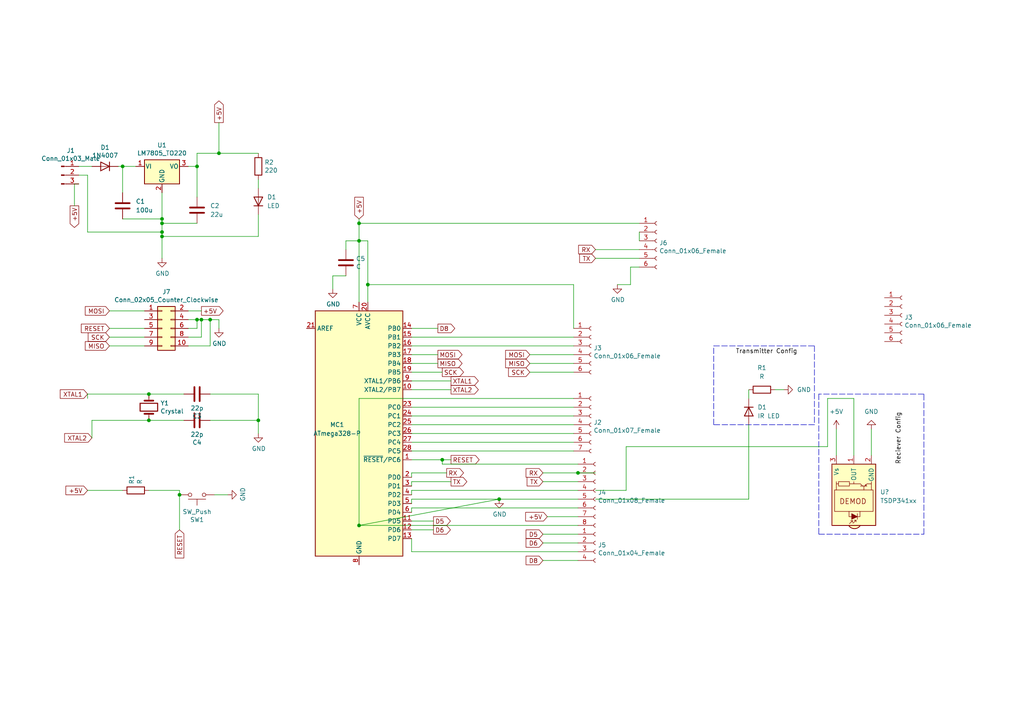
<source format=kicad_sch>
(kicad_sch (version 20211123) (generator eeschema)

  (uuid 55992e35-fe7b-468a-9b7a-1e4dc931b904)

  (paper "A4")

  (title_block
    (title "IR Receiver/Transmitter Circuit")
  )

  (lib_symbols
    (symbol "Connector:Conn_01x03_Male" (pin_names (offset 1.016) hide) (in_bom yes) (on_board yes)
      (property "Reference" "J" (id 0) (at 0 5.08 0)
        (effects (font (size 1.27 1.27)))
      )
      (property "Value" "Conn_01x03_Male" (id 1) (at 0 -5.08 0)
        (effects (font (size 1.27 1.27)))
      )
      (property "Footprint" "" (id 2) (at 0 0 0)
        (effects (font (size 1.27 1.27)) hide)
      )
      (property "Datasheet" "~" (id 3) (at 0 0 0)
        (effects (font (size 1.27 1.27)) hide)
      )
      (property "ki_keywords" "connector" (id 4) (at 0 0 0)
        (effects (font (size 1.27 1.27)) hide)
      )
      (property "ki_description" "Generic connector, single row, 01x03, script generated (kicad-library-utils/schlib/autogen/connector/)" (id 5) (at 0 0 0)
        (effects (font (size 1.27 1.27)) hide)
      )
      (property "ki_fp_filters" "Connector*:*_1x??_*" (id 6) (at 0 0 0)
        (effects (font (size 1.27 1.27)) hide)
      )
      (symbol "Conn_01x03_Male_1_1"
        (polyline
          (pts
            (xy 1.27 -2.54)
            (xy 0.8636 -2.54)
          )
          (stroke (width 0.1524) (type default) (color 0 0 0 0))
          (fill (type none))
        )
        (polyline
          (pts
            (xy 1.27 0)
            (xy 0.8636 0)
          )
          (stroke (width 0.1524) (type default) (color 0 0 0 0))
          (fill (type none))
        )
        (polyline
          (pts
            (xy 1.27 2.54)
            (xy 0.8636 2.54)
          )
          (stroke (width 0.1524) (type default) (color 0 0 0 0))
          (fill (type none))
        )
        (rectangle (start 0.8636 -2.413) (end 0 -2.667)
          (stroke (width 0.1524) (type default) (color 0 0 0 0))
          (fill (type outline))
        )
        (rectangle (start 0.8636 0.127) (end 0 -0.127)
          (stroke (width 0.1524) (type default) (color 0 0 0 0))
          (fill (type outline))
        )
        (rectangle (start 0.8636 2.667) (end 0 2.413)
          (stroke (width 0.1524) (type default) (color 0 0 0 0))
          (fill (type outline))
        )
        (pin passive line (at 5.08 2.54 180) (length 3.81)
          (name "Pin_1" (effects (font (size 1.27 1.27))))
          (number "1" (effects (font (size 1.27 1.27))))
        )
        (pin passive line (at 5.08 0 180) (length 3.81)
          (name "Pin_2" (effects (font (size 1.27 1.27))))
          (number "2" (effects (font (size 1.27 1.27))))
        )
        (pin passive line (at 5.08 -2.54 180) (length 3.81)
          (name "Pin_3" (effects (font (size 1.27 1.27))))
          (number "3" (effects (font (size 1.27 1.27))))
        )
      )
    )
    (symbol "Connector:Conn_01x04_Female" (pin_names (offset 1.016) hide) (in_bom yes) (on_board yes)
      (property "Reference" "J" (id 0) (at 0 5.08 0)
        (effects (font (size 1.27 1.27)))
      )
      (property "Value" "Conn_01x04_Female" (id 1) (at 0 -7.62 0)
        (effects (font (size 1.27 1.27)))
      )
      (property "Footprint" "" (id 2) (at 0 0 0)
        (effects (font (size 1.27 1.27)) hide)
      )
      (property "Datasheet" "~" (id 3) (at 0 0 0)
        (effects (font (size 1.27 1.27)) hide)
      )
      (property "ki_keywords" "connector" (id 4) (at 0 0 0)
        (effects (font (size 1.27 1.27)) hide)
      )
      (property "ki_description" "Generic connector, single row, 01x04, script generated (kicad-library-utils/schlib/autogen/connector/)" (id 5) (at 0 0 0)
        (effects (font (size 1.27 1.27)) hide)
      )
      (property "ki_fp_filters" "Connector*:*_1x??_*" (id 6) (at 0 0 0)
        (effects (font (size 1.27 1.27)) hide)
      )
      (symbol "Conn_01x04_Female_1_1"
        (arc (start 0 -4.572) (mid -0.508 -5.08) (end 0 -5.588)
          (stroke (width 0.1524) (type default) (color 0 0 0 0))
          (fill (type none))
        )
        (arc (start 0 -2.032) (mid -0.508 -2.54) (end 0 -3.048)
          (stroke (width 0.1524) (type default) (color 0 0 0 0))
          (fill (type none))
        )
        (polyline
          (pts
            (xy -1.27 -5.08)
            (xy -0.508 -5.08)
          )
          (stroke (width 0.1524) (type default) (color 0 0 0 0))
          (fill (type none))
        )
        (polyline
          (pts
            (xy -1.27 -2.54)
            (xy -0.508 -2.54)
          )
          (stroke (width 0.1524) (type default) (color 0 0 0 0))
          (fill (type none))
        )
        (polyline
          (pts
            (xy -1.27 0)
            (xy -0.508 0)
          )
          (stroke (width 0.1524) (type default) (color 0 0 0 0))
          (fill (type none))
        )
        (polyline
          (pts
            (xy -1.27 2.54)
            (xy -0.508 2.54)
          )
          (stroke (width 0.1524) (type default) (color 0 0 0 0))
          (fill (type none))
        )
        (arc (start 0 0.508) (mid -0.508 0) (end 0 -0.508)
          (stroke (width 0.1524) (type default) (color 0 0 0 0))
          (fill (type none))
        )
        (arc (start 0 3.048) (mid -0.508 2.54) (end 0 2.032)
          (stroke (width 0.1524) (type default) (color 0 0 0 0))
          (fill (type none))
        )
        (pin passive line (at -5.08 2.54 0) (length 3.81)
          (name "Pin_1" (effects (font (size 1.27 1.27))))
          (number "1" (effects (font (size 1.27 1.27))))
        )
        (pin passive line (at -5.08 0 0) (length 3.81)
          (name "Pin_2" (effects (font (size 1.27 1.27))))
          (number "2" (effects (font (size 1.27 1.27))))
        )
        (pin passive line (at -5.08 -2.54 0) (length 3.81)
          (name "Pin_3" (effects (font (size 1.27 1.27))))
          (number "3" (effects (font (size 1.27 1.27))))
        )
        (pin passive line (at -5.08 -5.08 0) (length 3.81)
          (name "Pin_4" (effects (font (size 1.27 1.27))))
          (number "4" (effects (font (size 1.27 1.27))))
        )
      )
    )
    (symbol "Connector:Conn_01x06_Female" (pin_names (offset 1.016) hide) (in_bom yes) (on_board yes)
      (property "Reference" "J" (id 0) (at 0 7.62 0)
        (effects (font (size 1.27 1.27)))
      )
      (property "Value" "Conn_01x06_Female" (id 1) (at 0 -10.16 0)
        (effects (font (size 1.27 1.27)))
      )
      (property "Footprint" "" (id 2) (at 0 0 0)
        (effects (font (size 1.27 1.27)) hide)
      )
      (property "Datasheet" "~" (id 3) (at 0 0 0)
        (effects (font (size 1.27 1.27)) hide)
      )
      (property "ki_keywords" "connector" (id 4) (at 0 0 0)
        (effects (font (size 1.27 1.27)) hide)
      )
      (property "ki_description" "Generic connector, single row, 01x06, script generated (kicad-library-utils/schlib/autogen/connector/)" (id 5) (at 0 0 0)
        (effects (font (size 1.27 1.27)) hide)
      )
      (property "ki_fp_filters" "Connector*:*_1x??_*" (id 6) (at 0 0 0)
        (effects (font (size 1.27 1.27)) hide)
      )
      (symbol "Conn_01x06_Female_1_1"
        (arc (start 0 -7.112) (mid -0.508 -7.62) (end 0 -8.128)
          (stroke (width 0.1524) (type default) (color 0 0 0 0))
          (fill (type none))
        )
        (arc (start 0 -4.572) (mid -0.508 -5.08) (end 0 -5.588)
          (stroke (width 0.1524) (type default) (color 0 0 0 0))
          (fill (type none))
        )
        (arc (start 0 -2.032) (mid -0.508 -2.54) (end 0 -3.048)
          (stroke (width 0.1524) (type default) (color 0 0 0 0))
          (fill (type none))
        )
        (polyline
          (pts
            (xy -1.27 -7.62)
            (xy -0.508 -7.62)
          )
          (stroke (width 0.1524) (type default) (color 0 0 0 0))
          (fill (type none))
        )
        (polyline
          (pts
            (xy -1.27 -5.08)
            (xy -0.508 -5.08)
          )
          (stroke (width 0.1524) (type default) (color 0 0 0 0))
          (fill (type none))
        )
        (polyline
          (pts
            (xy -1.27 -2.54)
            (xy -0.508 -2.54)
          )
          (stroke (width 0.1524) (type default) (color 0 0 0 0))
          (fill (type none))
        )
        (polyline
          (pts
            (xy -1.27 0)
            (xy -0.508 0)
          )
          (stroke (width 0.1524) (type default) (color 0 0 0 0))
          (fill (type none))
        )
        (polyline
          (pts
            (xy -1.27 2.54)
            (xy -0.508 2.54)
          )
          (stroke (width 0.1524) (type default) (color 0 0 0 0))
          (fill (type none))
        )
        (polyline
          (pts
            (xy -1.27 5.08)
            (xy -0.508 5.08)
          )
          (stroke (width 0.1524) (type default) (color 0 0 0 0))
          (fill (type none))
        )
        (arc (start 0 0.508) (mid -0.508 0) (end 0 -0.508)
          (stroke (width 0.1524) (type default) (color 0 0 0 0))
          (fill (type none))
        )
        (arc (start 0 3.048) (mid -0.508 2.54) (end 0 2.032)
          (stroke (width 0.1524) (type default) (color 0 0 0 0))
          (fill (type none))
        )
        (arc (start 0 5.588) (mid -0.508 5.08) (end 0 4.572)
          (stroke (width 0.1524) (type default) (color 0 0 0 0))
          (fill (type none))
        )
        (pin passive line (at -5.08 5.08 0) (length 3.81)
          (name "Pin_1" (effects (font (size 1.27 1.27))))
          (number "1" (effects (font (size 1.27 1.27))))
        )
        (pin passive line (at -5.08 2.54 0) (length 3.81)
          (name "Pin_2" (effects (font (size 1.27 1.27))))
          (number "2" (effects (font (size 1.27 1.27))))
        )
        (pin passive line (at -5.08 0 0) (length 3.81)
          (name "Pin_3" (effects (font (size 1.27 1.27))))
          (number "3" (effects (font (size 1.27 1.27))))
        )
        (pin passive line (at -5.08 -2.54 0) (length 3.81)
          (name "Pin_4" (effects (font (size 1.27 1.27))))
          (number "4" (effects (font (size 1.27 1.27))))
        )
        (pin passive line (at -5.08 -5.08 0) (length 3.81)
          (name "Pin_5" (effects (font (size 1.27 1.27))))
          (number "5" (effects (font (size 1.27 1.27))))
        )
        (pin passive line (at -5.08 -7.62 0) (length 3.81)
          (name "Pin_6" (effects (font (size 1.27 1.27))))
          (number "6" (effects (font (size 1.27 1.27))))
        )
      )
    )
    (symbol "Connector:Conn_01x07_Female" (pin_names (offset 1.016) hide) (in_bom yes) (on_board yes)
      (property "Reference" "J" (id 0) (at 0 10.16 0)
        (effects (font (size 1.27 1.27)))
      )
      (property "Value" "Conn_01x07_Female" (id 1) (at 0 -10.16 0)
        (effects (font (size 1.27 1.27)))
      )
      (property "Footprint" "" (id 2) (at 0 0 0)
        (effects (font (size 1.27 1.27)) hide)
      )
      (property "Datasheet" "~" (id 3) (at 0 0 0)
        (effects (font (size 1.27 1.27)) hide)
      )
      (property "ki_keywords" "connector" (id 4) (at 0 0 0)
        (effects (font (size 1.27 1.27)) hide)
      )
      (property "ki_description" "Generic connector, single row, 01x07, script generated (kicad-library-utils/schlib/autogen/connector/)" (id 5) (at 0 0 0)
        (effects (font (size 1.27 1.27)) hide)
      )
      (property "ki_fp_filters" "Connector*:*_1x??_*" (id 6) (at 0 0 0)
        (effects (font (size 1.27 1.27)) hide)
      )
      (symbol "Conn_01x07_Female_1_1"
        (arc (start 0 -7.112) (mid -0.508 -7.62) (end 0 -8.128)
          (stroke (width 0.1524) (type default) (color 0 0 0 0))
          (fill (type none))
        )
        (arc (start 0 -4.572) (mid -0.508 -5.08) (end 0 -5.588)
          (stroke (width 0.1524) (type default) (color 0 0 0 0))
          (fill (type none))
        )
        (arc (start 0 -2.032) (mid -0.508 -2.54) (end 0 -3.048)
          (stroke (width 0.1524) (type default) (color 0 0 0 0))
          (fill (type none))
        )
        (polyline
          (pts
            (xy -1.27 -7.62)
            (xy -0.508 -7.62)
          )
          (stroke (width 0.1524) (type default) (color 0 0 0 0))
          (fill (type none))
        )
        (polyline
          (pts
            (xy -1.27 -5.08)
            (xy -0.508 -5.08)
          )
          (stroke (width 0.1524) (type default) (color 0 0 0 0))
          (fill (type none))
        )
        (polyline
          (pts
            (xy -1.27 -2.54)
            (xy -0.508 -2.54)
          )
          (stroke (width 0.1524) (type default) (color 0 0 0 0))
          (fill (type none))
        )
        (polyline
          (pts
            (xy -1.27 0)
            (xy -0.508 0)
          )
          (stroke (width 0.1524) (type default) (color 0 0 0 0))
          (fill (type none))
        )
        (polyline
          (pts
            (xy -1.27 2.54)
            (xy -0.508 2.54)
          )
          (stroke (width 0.1524) (type default) (color 0 0 0 0))
          (fill (type none))
        )
        (polyline
          (pts
            (xy -1.27 5.08)
            (xy -0.508 5.08)
          )
          (stroke (width 0.1524) (type default) (color 0 0 0 0))
          (fill (type none))
        )
        (polyline
          (pts
            (xy -1.27 7.62)
            (xy -0.508 7.62)
          )
          (stroke (width 0.1524) (type default) (color 0 0 0 0))
          (fill (type none))
        )
        (arc (start 0 0.508) (mid -0.508 0) (end 0 -0.508)
          (stroke (width 0.1524) (type default) (color 0 0 0 0))
          (fill (type none))
        )
        (arc (start 0 3.048) (mid -0.508 2.54) (end 0 2.032)
          (stroke (width 0.1524) (type default) (color 0 0 0 0))
          (fill (type none))
        )
        (arc (start 0 5.588) (mid -0.508 5.08) (end 0 4.572)
          (stroke (width 0.1524) (type default) (color 0 0 0 0))
          (fill (type none))
        )
        (arc (start 0 8.128) (mid -0.508 7.62) (end 0 7.112)
          (stroke (width 0.1524) (type default) (color 0 0 0 0))
          (fill (type none))
        )
        (pin passive line (at -5.08 7.62 0) (length 3.81)
          (name "Pin_1" (effects (font (size 1.27 1.27))))
          (number "1" (effects (font (size 1.27 1.27))))
        )
        (pin passive line (at -5.08 5.08 0) (length 3.81)
          (name "Pin_2" (effects (font (size 1.27 1.27))))
          (number "2" (effects (font (size 1.27 1.27))))
        )
        (pin passive line (at -5.08 2.54 0) (length 3.81)
          (name "Pin_3" (effects (font (size 1.27 1.27))))
          (number "3" (effects (font (size 1.27 1.27))))
        )
        (pin passive line (at -5.08 0 0) (length 3.81)
          (name "Pin_4" (effects (font (size 1.27 1.27))))
          (number "4" (effects (font (size 1.27 1.27))))
        )
        (pin passive line (at -5.08 -2.54 0) (length 3.81)
          (name "Pin_5" (effects (font (size 1.27 1.27))))
          (number "5" (effects (font (size 1.27 1.27))))
        )
        (pin passive line (at -5.08 -5.08 0) (length 3.81)
          (name "Pin_6" (effects (font (size 1.27 1.27))))
          (number "6" (effects (font (size 1.27 1.27))))
        )
        (pin passive line (at -5.08 -7.62 0) (length 3.81)
          (name "Pin_7" (effects (font (size 1.27 1.27))))
          (number "7" (effects (font (size 1.27 1.27))))
        )
      )
    )
    (symbol "Connector:Conn_01x08_Female" (pin_names (offset 1.016) hide) (in_bom yes) (on_board yes)
      (property "Reference" "J" (id 0) (at 0 10.16 0)
        (effects (font (size 1.27 1.27)))
      )
      (property "Value" "Conn_01x08_Female" (id 1) (at 0 -12.7 0)
        (effects (font (size 1.27 1.27)))
      )
      (property "Footprint" "" (id 2) (at 0 0 0)
        (effects (font (size 1.27 1.27)) hide)
      )
      (property "Datasheet" "~" (id 3) (at 0 0 0)
        (effects (font (size 1.27 1.27)) hide)
      )
      (property "ki_keywords" "connector" (id 4) (at 0 0 0)
        (effects (font (size 1.27 1.27)) hide)
      )
      (property "ki_description" "Generic connector, single row, 01x08, script generated (kicad-library-utils/schlib/autogen/connector/)" (id 5) (at 0 0 0)
        (effects (font (size 1.27 1.27)) hide)
      )
      (property "ki_fp_filters" "Connector*:*_1x??_*" (id 6) (at 0 0 0)
        (effects (font (size 1.27 1.27)) hide)
      )
      (symbol "Conn_01x08_Female_1_1"
        (arc (start 0 -9.652) (mid -0.508 -10.16) (end 0 -10.668)
          (stroke (width 0.1524) (type default) (color 0 0 0 0))
          (fill (type none))
        )
        (arc (start 0 -7.112) (mid -0.508 -7.62) (end 0 -8.128)
          (stroke (width 0.1524) (type default) (color 0 0 0 0))
          (fill (type none))
        )
        (arc (start 0 -4.572) (mid -0.508 -5.08) (end 0 -5.588)
          (stroke (width 0.1524) (type default) (color 0 0 0 0))
          (fill (type none))
        )
        (arc (start 0 -2.032) (mid -0.508 -2.54) (end 0 -3.048)
          (stroke (width 0.1524) (type default) (color 0 0 0 0))
          (fill (type none))
        )
        (polyline
          (pts
            (xy -1.27 -10.16)
            (xy -0.508 -10.16)
          )
          (stroke (width 0.1524) (type default) (color 0 0 0 0))
          (fill (type none))
        )
        (polyline
          (pts
            (xy -1.27 -7.62)
            (xy -0.508 -7.62)
          )
          (stroke (width 0.1524) (type default) (color 0 0 0 0))
          (fill (type none))
        )
        (polyline
          (pts
            (xy -1.27 -5.08)
            (xy -0.508 -5.08)
          )
          (stroke (width 0.1524) (type default) (color 0 0 0 0))
          (fill (type none))
        )
        (polyline
          (pts
            (xy -1.27 -2.54)
            (xy -0.508 -2.54)
          )
          (stroke (width 0.1524) (type default) (color 0 0 0 0))
          (fill (type none))
        )
        (polyline
          (pts
            (xy -1.27 0)
            (xy -0.508 0)
          )
          (stroke (width 0.1524) (type default) (color 0 0 0 0))
          (fill (type none))
        )
        (polyline
          (pts
            (xy -1.27 2.54)
            (xy -0.508 2.54)
          )
          (stroke (width 0.1524) (type default) (color 0 0 0 0))
          (fill (type none))
        )
        (polyline
          (pts
            (xy -1.27 5.08)
            (xy -0.508 5.08)
          )
          (stroke (width 0.1524) (type default) (color 0 0 0 0))
          (fill (type none))
        )
        (polyline
          (pts
            (xy -1.27 7.62)
            (xy -0.508 7.62)
          )
          (stroke (width 0.1524) (type default) (color 0 0 0 0))
          (fill (type none))
        )
        (arc (start 0 0.508) (mid -0.508 0) (end 0 -0.508)
          (stroke (width 0.1524) (type default) (color 0 0 0 0))
          (fill (type none))
        )
        (arc (start 0 3.048) (mid -0.508 2.54) (end 0 2.032)
          (stroke (width 0.1524) (type default) (color 0 0 0 0))
          (fill (type none))
        )
        (arc (start 0 5.588) (mid -0.508 5.08) (end 0 4.572)
          (stroke (width 0.1524) (type default) (color 0 0 0 0))
          (fill (type none))
        )
        (arc (start 0 8.128) (mid -0.508 7.62) (end 0 7.112)
          (stroke (width 0.1524) (type default) (color 0 0 0 0))
          (fill (type none))
        )
        (pin passive line (at -5.08 7.62 0) (length 3.81)
          (name "Pin_1" (effects (font (size 1.27 1.27))))
          (number "1" (effects (font (size 1.27 1.27))))
        )
        (pin passive line (at -5.08 5.08 0) (length 3.81)
          (name "Pin_2" (effects (font (size 1.27 1.27))))
          (number "2" (effects (font (size 1.27 1.27))))
        )
        (pin passive line (at -5.08 2.54 0) (length 3.81)
          (name "Pin_3" (effects (font (size 1.27 1.27))))
          (number "3" (effects (font (size 1.27 1.27))))
        )
        (pin passive line (at -5.08 0 0) (length 3.81)
          (name "Pin_4" (effects (font (size 1.27 1.27))))
          (number "4" (effects (font (size 1.27 1.27))))
        )
        (pin passive line (at -5.08 -2.54 0) (length 3.81)
          (name "Pin_5" (effects (font (size 1.27 1.27))))
          (number "5" (effects (font (size 1.27 1.27))))
        )
        (pin passive line (at -5.08 -5.08 0) (length 3.81)
          (name "Pin_6" (effects (font (size 1.27 1.27))))
          (number "6" (effects (font (size 1.27 1.27))))
        )
        (pin passive line (at -5.08 -7.62 0) (length 3.81)
          (name "Pin_7" (effects (font (size 1.27 1.27))))
          (number "7" (effects (font (size 1.27 1.27))))
        )
        (pin passive line (at -5.08 -10.16 0) (length 3.81)
          (name "Pin_8" (effects (font (size 1.27 1.27))))
          (number "8" (effects (font (size 1.27 1.27))))
        )
      )
    )
    (symbol "Connector_Generic:Conn_02x05_Odd_Even" (pin_names (offset 1.016) hide) (in_bom yes) (on_board yes)
      (property "Reference" "J" (id 0) (at 1.27 7.62 0)
        (effects (font (size 1.27 1.27)))
      )
      (property "Value" "Conn_02x05_Odd_Even" (id 1) (at 1.27 -7.62 0)
        (effects (font (size 1.27 1.27)))
      )
      (property "Footprint" "" (id 2) (at 0 0 0)
        (effects (font (size 1.27 1.27)) hide)
      )
      (property "Datasheet" "~" (id 3) (at 0 0 0)
        (effects (font (size 1.27 1.27)) hide)
      )
      (property "ki_keywords" "connector" (id 4) (at 0 0 0)
        (effects (font (size 1.27 1.27)) hide)
      )
      (property "ki_description" "Generic connector, double row, 02x05, odd/even pin numbering scheme (row 1 odd numbers, row 2 even numbers), script generated (kicad-library-utils/schlib/autogen/connector/)" (id 5) (at 0 0 0)
        (effects (font (size 1.27 1.27)) hide)
      )
      (property "ki_fp_filters" "Connector*:*_2x??_*" (id 6) (at 0 0 0)
        (effects (font (size 1.27 1.27)) hide)
      )
      (symbol "Conn_02x05_Odd_Even_1_1"
        (rectangle (start -1.27 -4.953) (end 0 -5.207)
          (stroke (width 0.1524) (type default) (color 0 0 0 0))
          (fill (type none))
        )
        (rectangle (start -1.27 -2.413) (end 0 -2.667)
          (stroke (width 0.1524) (type default) (color 0 0 0 0))
          (fill (type none))
        )
        (rectangle (start -1.27 0.127) (end 0 -0.127)
          (stroke (width 0.1524) (type default) (color 0 0 0 0))
          (fill (type none))
        )
        (rectangle (start -1.27 2.667) (end 0 2.413)
          (stroke (width 0.1524) (type default) (color 0 0 0 0))
          (fill (type none))
        )
        (rectangle (start -1.27 5.207) (end 0 4.953)
          (stroke (width 0.1524) (type default) (color 0 0 0 0))
          (fill (type none))
        )
        (rectangle (start -1.27 6.35) (end 3.81 -6.35)
          (stroke (width 0.254) (type default) (color 0 0 0 0))
          (fill (type background))
        )
        (rectangle (start 3.81 -4.953) (end 2.54 -5.207)
          (stroke (width 0.1524) (type default) (color 0 0 0 0))
          (fill (type none))
        )
        (rectangle (start 3.81 -2.413) (end 2.54 -2.667)
          (stroke (width 0.1524) (type default) (color 0 0 0 0))
          (fill (type none))
        )
        (rectangle (start 3.81 0.127) (end 2.54 -0.127)
          (stroke (width 0.1524) (type default) (color 0 0 0 0))
          (fill (type none))
        )
        (rectangle (start 3.81 2.667) (end 2.54 2.413)
          (stroke (width 0.1524) (type default) (color 0 0 0 0))
          (fill (type none))
        )
        (rectangle (start 3.81 5.207) (end 2.54 4.953)
          (stroke (width 0.1524) (type default) (color 0 0 0 0))
          (fill (type none))
        )
        (pin passive line (at -5.08 5.08 0) (length 3.81)
          (name "Pin_1" (effects (font (size 1.27 1.27))))
          (number "1" (effects (font (size 1.27 1.27))))
        )
        (pin passive line (at 7.62 -5.08 180) (length 3.81)
          (name "Pin_10" (effects (font (size 1.27 1.27))))
          (number "10" (effects (font (size 1.27 1.27))))
        )
        (pin passive line (at 7.62 5.08 180) (length 3.81)
          (name "Pin_2" (effects (font (size 1.27 1.27))))
          (number "2" (effects (font (size 1.27 1.27))))
        )
        (pin passive line (at -5.08 2.54 0) (length 3.81)
          (name "Pin_3" (effects (font (size 1.27 1.27))))
          (number "3" (effects (font (size 1.27 1.27))))
        )
        (pin passive line (at 7.62 2.54 180) (length 3.81)
          (name "Pin_4" (effects (font (size 1.27 1.27))))
          (number "4" (effects (font (size 1.27 1.27))))
        )
        (pin passive line (at -5.08 0 0) (length 3.81)
          (name "Pin_5" (effects (font (size 1.27 1.27))))
          (number "5" (effects (font (size 1.27 1.27))))
        )
        (pin passive line (at 7.62 0 180) (length 3.81)
          (name "Pin_6" (effects (font (size 1.27 1.27))))
          (number "6" (effects (font (size 1.27 1.27))))
        )
        (pin passive line (at -5.08 -2.54 0) (length 3.81)
          (name "Pin_7" (effects (font (size 1.27 1.27))))
          (number "7" (effects (font (size 1.27 1.27))))
        )
        (pin passive line (at 7.62 -2.54 180) (length 3.81)
          (name "Pin_8" (effects (font (size 1.27 1.27))))
          (number "8" (effects (font (size 1.27 1.27))))
        )
        (pin passive line (at -5.08 -5.08 0) (length 3.81)
          (name "Pin_9" (effects (font (size 1.27 1.27))))
          (number "9" (effects (font (size 1.27 1.27))))
        )
      )
    )
    (symbol "Device:C" (pin_numbers hide) (pin_names (offset 0.254)) (in_bom yes) (on_board yes)
      (property "Reference" "C" (id 0) (at 0.635 2.54 0)
        (effects (font (size 1.27 1.27)) (justify left))
      )
      (property "Value" "C" (id 1) (at 0.635 -2.54 0)
        (effects (font (size 1.27 1.27)) (justify left))
      )
      (property "Footprint" "" (id 2) (at 0.9652 -3.81 0)
        (effects (font (size 1.27 1.27)) hide)
      )
      (property "Datasheet" "~" (id 3) (at 0 0 0)
        (effects (font (size 1.27 1.27)) hide)
      )
      (property "ki_keywords" "cap capacitor" (id 4) (at 0 0 0)
        (effects (font (size 1.27 1.27)) hide)
      )
      (property "ki_description" "Unpolarized capacitor" (id 5) (at 0 0 0)
        (effects (font (size 1.27 1.27)) hide)
      )
      (property "ki_fp_filters" "C_*" (id 6) (at 0 0 0)
        (effects (font (size 1.27 1.27)) hide)
      )
      (symbol "C_0_1"
        (polyline
          (pts
            (xy -2.032 -0.762)
            (xy 2.032 -0.762)
          )
          (stroke (width 0.508) (type default) (color 0 0 0 0))
          (fill (type none))
        )
        (polyline
          (pts
            (xy -2.032 0.762)
            (xy 2.032 0.762)
          )
          (stroke (width 0.508) (type default) (color 0 0 0 0))
          (fill (type none))
        )
      )
      (symbol "C_1_1"
        (pin passive line (at 0 3.81 270) (length 2.794)
          (name "~" (effects (font (size 1.27 1.27))))
          (number "1" (effects (font (size 1.27 1.27))))
        )
        (pin passive line (at 0 -3.81 90) (length 2.794)
          (name "~" (effects (font (size 1.27 1.27))))
          (number "2" (effects (font (size 1.27 1.27))))
        )
      )
    )
    (symbol "Device:Crystal" (pin_numbers hide) (pin_names (offset 1.016) hide) (in_bom yes) (on_board yes)
      (property "Reference" "Y" (id 0) (at 0 3.81 0)
        (effects (font (size 1.27 1.27)))
      )
      (property "Value" "Crystal" (id 1) (at 0 -3.81 0)
        (effects (font (size 1.27 1.27)))
      )
      (property "Footprint" "" (id 2) (at 0 0 0)
        (effects (font (size 1.27 1.27)) hide)
      )
      (property "Datasheet" "~" (id 3) (at 0 0 0)
        (effects (font (size 1.27 1.27)) hide)
      )
      (property "ki_keywords" "quartz ceramic resonator oscillator" (id 4) (at 0 0 0)
        (effects (font (size 1.27 1.27)) hide)
      )
      (property "ki_description" "Two pin crystal" (id 5) (at 0 0 0)
        (effects (font (size 1.27 1.27)) hide)
      )
      (property "ki_fp_filters" "Crystal*" (id 6) (at 0 0 0)
        (effects (font (size 1.27 1.27)) hide)
      )
      (symbol "Crystal_0_1"
        (rectangle (start -1.143 2.54) (end 1.143 -2.54)
          (stroke (width 0.3048) (type default) (color 0 0 0 0))
          (fill (type none))
        )
        (polyline
          (pts
            (xy -2.54 0)
            (xy -1.905 0)
          )
          (stroke (width 0) (type default) (color 0 0 0 0))
          (fill (type none))
        )
        (polyline
          (pts
            (xy -1.905 -1.27)
            (xy -1.905 1.27)
          )
          (stroke (width 0.508) (type default) (color 0 0 0 0))
          (fill (type none))
        )
        (polyline
          (pts
            (xy 1.905 -1.27)
            (xy 1.905 1.27)
          )
          (stroke (width 0.508) (type default) (color 0 0 0 0))
          (fill (type none))
        )
        (polyline
          (pts
            (xy 2.54 0)
            (xy 1.905 0)
          )
          (stroke (width 0) (type default) (color 0 0 0 0))
          (fill (type none))
        )
      )
      (symbol "Crystal_1_1"
        (pin passive line (at -3.81 0 0) (length 1.27)
          (name "1" (effects (font (size 1.27 1.27))))
          (number "1" (effects (font (size 1.27 1.27))))
        )
        (pin passive line (at 3.81 0 180) (length 1.27)
          (name "2" (effects (font (size 1.27 1.27))))
          (number "2" (effects (font (size 1.27 1.27))))
        )
      )
    )
    (symbol "Device:D" (pin_numbers hide) (pin_names (offset 1.016) hide) (in_bom yes) (on_board yes)
      (property "Reference" "D" (id 0) (at 0 2.54 0)
        (effects (font (size 1.27 1.27)))
      )
      (property "Value" "D" (id 1) (at 0 -2.54 0)
        (effects (font (size 1.27 1.27)))
      )
      (property "Footprint" "" (id 2) (at 0 0 0)
        (effects (font (size 1.27 1.27)) hide)
      )
      (property "Datasheet" "~" (id 3) (at 0 0 0)
        (effects (font (size 1.27 1.27)) hide)
      )
      (property "ki_keywords" "diode" (id 4) (at 0 0 0)
        (effects (font (size 1.27 1.27)) hide)
      )
      (property "ki_description" "Diode" (id 5) (at 0 0 0)
        (effects (font (size 1.27 1.27)) hide)
      )
      (property "ki_fp_filters" "TO-???* *_Diode_* *SingleDiode* D_*" (id 6) (at 0 0 0)
        (effects (font (size 1.27 1.27)) hide)
      )
      (symbol "D_0_1"
        (polyline
          (pts
            (xy -1.27 1.27)
            (xy -1.27 -1.27)
          )
          (stroke (width 0.254) (type default) (color 0 0 0 0))
          (fill (type none))
        )
        (polyline
          (pts
            (xy 1.27 0)
            (xy -1.27 0)
          )
          (stroke (width 0) (type default) (color 0 0 0 0))
          (fill (type none))
        )
        (polyline
          (pts
            (xy 1.27 1.27)
            (xy 1.27 -1.27)
            (xy -1.27 0)
            (xy 1.27 1.27)
          )
          (stroke (width 0.254) (type default) (color 0 0 0 0))
          (fill (type none))
        )
      )
      (symbol "D_1_1"
        (pin passive line (at -3.81 0 0) (length 2.54)
          (name "K" (effects (font (size 1.27 1.27))))
          (number "1" (effects (font (size 1.27 1.27))))
        )
        (pin passive line (at 3.81 0 180) (length 2.54)
          (name "A" (effects (font (size 1.27 1.27))))
          (number "2" (effects (font (size 1.27 1.27))))
        )
      )
    )
    (symbol "Device:R" (pin_numbers hide) (pin_names (offset 0)) (in_bom yes) (on_board yes)
      (property "Reference" "R" (id 0) (at 2.032 0 90)
        (effects (font (size 1.27 1.27)))
      )
      (property "Value" "R" (id 1) (at 0 0 90)
        (effects (font (size 1.27 1.27)))
      )
      (property "Footprint" "" (id 2) (at -1.778 0 90)
        (effects (font (size 1.27 1.27)) hide)
      )
      (property "Datasheet" "~" (id 3) (at 0 0 0)
        (effects (font (size 1.27 1.27)) hide)
      )
      (property "ki_keywords" "R res resistor" (id 4) (at 0 0 0)
        (effects (font (size 1.27 1.27)) hide)
      )
      (property "ki_description" "Resistor" (id 5) (at 0 0 0)
        (effects (font (size 1.27 1.27)) hide)
      )
      (property "ki_fp_filters" "R_*" (id 6) (at 0 0 0)
        (effects (font (size 1.27 1.27)) hide)
      )
      (symbol "R_0_1"
        (rectangle (start -1.016 -2.54) (end 1.016 2.54)
          (stroke (width 0.254) (type default) (color 0 0 0 0))
          (fill (type none))
        )
      )
      (symbol "R_1_1"
        (pin passive line (at 0 3.81 270) (length 1.27)
          (name "~" (effects (font (size 1.27 1.27))))
          (number "1" (effects (font (size 1.27 1.27))))
        )
        (pin passive line (at 0 -3.81 90) (length 1.27)
          (name "~" (effects (font (size 1.27 1.27))))
          (number "2" (effects (font (size 1.27 1.27))))
        )
      )
    )
    (symbol "Diode:1N4007" (pin_numbers hide) (pin_names (offset 1.016) hide) (in_bom yes) (on_board yes)
      (property "Reference" "D" (id 0) (at 0 2.54 0)
        (effects (font (size 1.27 1.27)))
      )
      (property "Value" "1N4007" (id 1) (at 0 -2.54 0)
        (effects (font (size 1.27 1.27)))
      )
      (property "Footprint" "Diode_THT:D_DO-41_SOD81_P10.16mm_Horizontal" (id 2) (at 0 -4.445 0)
        (effects (font (size 1.27 1.27)) hide)
      )
      (property "Datasheet" "http://www.vishay.com/docs/88503/1n4001.pdf" (id 3) (at 0 0 0)
        (effects (font (size 1.27 1.27)) hide)
      )
      (property "ki_keywords" "diode" (id 4) (at 0 0 0)
        (effects (font (size 1.27 1.27)) hide)
      )
      (property "ki_description" "1000V 1A General Purpose Rectifier Diode, DO-41" (id 5) (at 0 0 0)
        (effects (font (size 1.27 1.27)) hide)
      )
      (property "ki_fp_filters" "D*DO?41*" (id 6) (at 0 0 0)
        (effects (font (size 1.27 1.27)) hide)
      )
      (symbol "1N4007_0_1"
        (polyline
          (pts
            (xy -1.27 1.27)
            (xy -1.27 -1.27)
          )
          (stroke (width 0.254) (type default) (color 0 0 0 0))
          (fill (type none))
        )
        (polyline
          (pts
            (xy 1.27 0)
            (xy -1.27 0)
          )
          (stroke (width 0) (type default) (color 0 0 0 0))
          (fill (type none))
        )
        (polyline
          (pts
            (xy 1.27 1.27)
            (xy 1.27 -1.27)
            (xy -1.27 0)
            (xy 1.27 1.27)
          )
          (stroke (width 0.254) (type default) (color 0 0 0 0))
          (fill (type none))
        )
      )
      (symbol "1N4007_1_1"
        (pin passive line (at -3.81 0 0) (length 2.54)
          (name "K" (effects (font (size 1.27 1.27))))
          (number "1" (effects (font (size 1.27 1.27))))
        )
        (pin passive line (at 3.81 0 180) (length 2.54)
          (name "A" (effects (font (size 1.27 1.27))))
          (number "2" (effects (font (size 1.27 1.27))))
        )
      )
    )
    (symbol "Interface_Optical:TSDP341xx" (pin_names (offset 1.016)) (in_bom yes) (on_board yes)
      (property "Reference" "U" (id 0) (at -10.16 7.62 0)
        (effects (font (size 1.27 1.27)) (justify left))
      )
      (property "Value" "TSDP341xx" (id 1) (at -10.16 -7.62 0)
        (effects (font (size 1.27 1.27)) (justify left))
      )
      (property "Footprint" "OptoDevice:Vishay_MOLD-3Pin" (id 2) (at -1.27 -9.525 0)
        (effects (font (size 1.27 1.27)) hide)
      )
      (property "Datasheet" "http://www.vishay.com/docs/82667/tsdp341.pdf" (id 3) (at 16.51 7.62 0)
        (effects (font (size 1.27 1.27)) hide)
      )
      (property "ki_keywords" "opto IR receiver" (id 4) (at 0 0 0)
        (effects (font (size 1.27 1.27)) hide)
      )
      (property "ki_description" "IR Receiver Modules for Data Transmission" (id 5) (at 0 0 0)
        (effects (font (size 1.27 1.27)) hide)
      )
      (property "ki_fp_filters" "Vishay*MOLD*" (id 6) (at 0 0 0)
        (effects (font (size 1.27 1.27)) hide)
      )
      (symbol "TSDP341xx_0_0"
        (arc (start -10.287 1.397) (mid -11.0899 -0.1905) (end -10.287 -1.778)
          (stroke (width 0.254) (type default) (color 0 0 0 0))
          (fill (type background))
        )
        (polyline
          (pts
            (xy 1.905 -5.08)
            (xy 0.127 -5.08)
          )
          (stroke (width 0) (type default) (color 0 0 0 0))
          (fill (type none))
        )
        (polyline
          (pts
            (xy 1.905 5.08)
            (xy 0.127 5.08)
          )
          (stroke (width 0) (type default) (color 0 0 0 0))
          (fill (type none))
        )
        (text "DEMOD" (at -3.175 0.254 900)
          (effects (font (size 1.524 1.524)))
        )
      )
      (symbol "TSDP341xx_0_1"
        (rectangle (start -6.096 5.588) (end 0.127 -5.588)
          (stroke (width 0) (type default) (color 0 0 0 0))
          (fill (type none))
        )
        (polyline
          (pts
            (xy -8.763 0.381)
            (xy -9.652 1.27)
          )
          (stroke (width 0) (type default) (color 0 0 0 0))
          (fill (type none))
        )
        (polyline
          (pts
            (xy -8.763 0.381)
            (xy -9.271 0.381)
          )
          (stroke (width 0) (type default) (color 0 0 0 0))
          (fill (type none))
        )
        (polyline
          (pts
            (xy -8.763 0.381)
            (xy -8.763 0.889)
          )
          (stroke (width 0) (type default) (color 0 0 0 0))
          (fill (type none))
        )
        (polyline
          (pts
            (xy -8.636 -0.635)
            (xy -9.525 0.254)
          )
          (stroke (width 0) (type default) (color 0 0 0 0))
          (fill (type none))
        )
        (polyline
          (pts
            (xy -8.636 -0.635)
            (xy -9.144 -0.635)
          )
          (stroke (width 0) (type default) (color 0 0 0 0))
          (fill (type none))
        )
        (polyline
          (pts
            (xy -8.636 -0.635)
            (xy -8.636 -0.127)
          )
          (stroke (width 0) (type default) (color 0 0 0 0))
          (fill (type none))
        )
        (polyline
          (pts
            (xy -8.382 -1.016)
            (xy -6.731 -1.016)
          )
          (stroke (width 0) (type default) (color 0 0 0 0))
          (fill (type none))
        )
        (polyline
          (pts
            (xy 1.27 -2.921)
            (xy 0.127 -2.921)
          )
          (stroke (width 0) (type default) (color 0 0 0 0))
          (fill (type none))
        )
        (polyline
          (pts
            (xy 1.27 -1.905)
            (xy 1.27 -3.81)
          )
          (stroke (width 0) (type default) (color 0 0 0 0))
          (fill (type none))
        )
        (polyline
          (pts
            (xy 1.397 -3.556)
            (xy 1.524 -3.556)
          )
          (stroke (width 0) (type default) (color 0 0 0 0))
          (fill (type none))
        )
        (polyline
          (pts
            (xy 1.651 -3.556)
            (xy 1.524 -3.556)
          )
          (stroke (width 0) (type default) (color 0 0 0 0))
          (fill (type none))
        )
        (polyline
          (pts
            (xy 1.651 -3.556)
            (xy 1.651 -3.302)
          )
          (stroke (width 0) (type default) (color 0 0 0 0))
          (fill (type none))
        )
        (polyline
          (pts
            (xy 1.905 0)
            (xy 1.905 1.27)
          )
          (stroke (width 0) (type default) (color 0 0 0 0))
          (fill (type none))
        )
        (polyline
          (pts
            (xy 1.905 4.445)
            (xy 1.905 5.08)
            (xy 2.54 5.08)
          )
          (stroke (width 0) (type default) (color 0 0 0 0))
          (fill (type none))
        )
        (polyline
          (pts
            (xy -8.382 0.635)
            (xy -6.731 0.635)
            (xy -7.62 -1.016)
            (xy -8.382 0.635)
          )
          (stroke (width 0) (type default) (color 0 0 0 0))
          (fill (type outline))
        )
        (polyline
          (pts
            (xy -6.096 1.397)
            (xy -7.62 1.397)
            (xy -7.62 -1.778)
            (xy -6.096 -1.778)
          )
          (stroke (width 0) (type default) (color 0 0 0 0))
          (fill (type none))
        )
        (polyline
          (pts
            (xy 1.27 -3.175)
            (xy 1.905 -3.81)
            (xy 1.905 -5.08)
            (xy 2.54 -5.08)
          )
          (stroke (width 0) (type default) (color 0 0 0 0))
          (fill (type none))
        )
        (polyline
          (pts
            (xy 1.27 -2.54)
            (xy 1.905 -1.905)
            (xy 1.905 0)
            (xy 2.54 0)
          )
          (stroke (width 0) (type default) (color 0 0 0 0))
          (fill (type none))
        )
        (rectangle (start 2.54 1.27) (end 1.27 4.445)
          (stroke (width 0) (type default) (color 0 0 0 0))
          (fill (type none))
        )
        (rectangle (start 7.62 6.35) (end -10.16 -6.35)
          (stroke (width 0.254) (type default) (color 0 0 0 0))
          (fill (type background))
        )
      )
      (symbol "TSDP341xx_1_1"
        (pin output line (at 10.16 0 180) (length 2.54)
          (name "OUT" (effects (font (size 1.27 1.27))))
          (number "1" (effects (font (size 1.27 1.27))))
        )
        (pin power_in line (at 10.16 -5.08 180) (length 2.54)
          (name "GND" (effects (font (size 1.27 1.27))))
          (number "2" (effects (font (size 1.27 1.27))))
        )
        (pin power_in line (at 10.16 5.08 180) (length 2.54)
          (name "Vs" (effects (font (size 1.27 1.27))))
          (number "3" (effects (font (size 1.27 1.27))))
        )
      )
    )
    (symbol "MCU_Microchip_ATmega:ATmega328-P" (in_bom yes) (on_board yes)
      (property "Reference" "U" (id 0) (at -12.7 36.83 0)
        (effects (font (size 1.27 1.27)) (justify left bottom))
      )
      (property "Value" "ATmega328-P" (id 1) (at 2.54 -36.83 0)
        (effects (font (size 1.27 1.27)) (justify left top))
      )
      (property "Footprint" "Package_DIP:DIP-28_W7.62mm" (id 2) (at 0 0 0)
        (effects (font (size 1.27 1.27) italic) hide)
      )
      (property "Datasheet" "http://ww1.microchip.com/downloads/en/DeviceDoc/ATmega328_P%20AVR%20MCU%20with%20picoPower%20Technology%20Data%20Sheet%2040001984A.pdf" (id 3) (at 0 0 0)
        (effects (font (size 1.27 1.27)) hide)
      )
      (property "ki_keywords" "AVR 8bit Microcontroller MegaAVR" (id 4) (at 0 0 0)
        (effects (font (size 1.27 1.27)) hide)
      )
      (property "ki_description" "20MHz, 32kB Flash, 2kB SRAM, 1kB EEPROM, DIP-28" (id 5) (at 0 0 0)
        (effects (font (size 1.27 1.27)) hide)
      )
      (property "ki_fp_filters" "DIP*W7.62mm*" (id 6) (at 0 0 0)
        (effects (font (size 1.27 1.27)) hide)
      )
      (symbol "ATmega328-P_0_1"
        (rectangle (start -12.7 -35.56) (end 12.7 35.56)
          (stroke (width 0.254) (type default) (color 0 0 0 0))
          (fill (type background))
        )
      )
      (symbol "ATmega328-P_1_1"
        (pin bidirectional line (at 15.24 -7.62 180) (length 2.54)
          (name "~{RESET}/PC6" (effects (font (size 1.27 1.27))))
          (number "1" (effects (font (size 1.27 1.27))))
        )
        (pin bidirectional line (at 15.24 12.7 180) (length 2.54)
          (name "XTAL2/PB7" (effects (font (size 1.27 1.27))))
          (number "10" (effects (font (size 1.27 1.27))))
        )
        (pin bidirectional line (at 15.24 -25.4 180) (length 2.54)
          (name "PD5" (effects (font (size 1.27 1.27))))
          (number "11" (effects (font (size 1.27 1.27))))
        )
        (pin bidirectional line (at 15.24 -27.94 180) (length 2.54)
          (name "PD6" (effects (font (size 1.27 1.27))))
          (number "12" (effects (font (size 1.27 1.27))))
        )
        (pin bidirectional line (at 15.24 -30.48 180) (length 2.54)
          (name "PD7" (effects (font (size 1.27 1.27))))
          (number "13" (effects (font (size 1.27 1.27))))
        )
        (pin bidirectional line (at 15.24 30.48 180) (length 2.54)
          (name "PB0" (effects (font (size 1.27 1.27))))
          (number "14" (effects (font (size 1.27 1.27))))
        )
        (pin bidirectional line (at 15.24 27.94 180) (length 2.54)
          (name "PB1" (effects (font (size 1.27 1.27))))
          (number "15" (effects (font (size 1.27 1.27))))
        )
        (pin bidirectional line (at 15.24 25.4 180) (length 2.54)
          (name "PB2" (effects (font (size 1.27 1.27))))
          (number "16" (effects (font (size 1.27 1.27))))
        )
        (pin bidirectional line (at 15.24 22.86 180) (length 2.54)
          (name "PB3" (effects (font (size 1.27 1.27))))
          (number "17" (effects (font (size 1.27 1.27))))
        )
        (pin bidirectional line (at 15.24 20.32 180) (length 2.54)
          (name "PB4" (effects (font (size 1.27 1.27))))
          (number "18" (effects (font (size 1.27 1.27))))
        )
        (pin bidirectional line (at 15.24 17.78 180) (length 2.54)
          (name "PB5" (effects (font (size 1.27 1.27))))
          (number "19" (effects (font (size 1.27 1.27))))
        )
        (pin bidirectional line (at 15.24 -12.7 180) (length 2.54)
          (name "PD0" (effects (font (size 1.27 1.27))))
          (number "2" (effects (font (size 1.27 1.27))))
        )
        (pin power_in line (at 2.54 38.1 270) (length 2.54)
          (name "AVCC" (effects (font (size 1.27 1.27))))
          (number "20" (effects (font (size 1.27 1.27))))
        )
        (pin passive line (at -15.24 30.48 0) (length 2.54)
          (name "AREF" (effects (font (size 1.27 1.27))))
          (number "21" (effects (font (size 1.27 1.27))))
        )
        (pin passive line (at 0 -38.1 90) (length 2.54) hide
          (name "GND" (effects (font (size 1.27 1.27))))
          (number "22" (effects (font (size 1.27 1.27))))
        )
        (pin bidirectional line (at 15.24 7.62 180) (length 2.54)
          (name "PC0" (effects (font (size 1.27 1.27))))
          (number "23" (effects (font (size 1.27 1.27))))
        )
        (pin bidirectional line (at 15.24 5.08 180) (length 2.54)
          (name "PC1" (effects (font (size 1.27 1.27))))
          (number "24" (effects (font (size 1.27 1.27))))
        )
        (pin bidirectional line (at 15.24 2.54 180) (length 2.54)
          (name "PC2" (effects (font (size 1.27 1.27))))
          (number "25" (effects (font (size 1.27 1.27))))
        )
        (pin bidirectional line (at 15.24 0 180) (length 2.54)
          (name "PC3" (effects (font (size 1.27 1.27))))
          (number "26" (effects (font (size 1.27 1.27))))
        )
        (pin bidirectional line (at 15.24 -2.54 180) (length 2.54)
          (name "PC4" (effects (font (size 1.27 1.27))))
          (number "27" (effects (font (size 1.27 1.27))))
        )
        (pin bidirectional line (at 15.24 -5.08 180) (length 2.54)
          (name "PC5" (effects (font (size 1.27 1.27))))
          (number "28" (effects (font (size 1.27 1.27))))
        )
        (pin bidirectional line (at 15.24 -15.24 180) (length 2.54)
          (name "PD1" (effects (font (size 1.27 1.27))))
          (number "3" (effects (font (size 1.27 1.27))))
        )
        (pin bidirectional line (at 15.24 -17.78 180) (length 2.54)
          (name "PD2" (effects (font (size 1.27 1.27))))
          (number "4" (effects (font (size 1.27 1.27))))
        )
        (pin bidirectional line (at 15.24 -20.32 180) (length 2.54)
          (name "PD3" (effects (font (size 1.27 1.27))))
          (number "5" (effects (font (size 1.27 1.27))))
        )
        (pin bidirectional line (at 15.24 -22.86 180) (length 2.54)
          (name "PD4" (effects (font (size 1.27 1.27))))
          (number "6" (effects (font (size 1.27 1.27))))
        )
        (pin power_in line (at 0 38.1 270) (length 2.54)
          (name "VCC" (effects (font (size 1.27 1.27))))
          (number "7" (effects (font (size 1.27 1.27))))
        )
        (pin power_in line (at 0 -38.1 90) (length 2.54)
          (name "GND" (effects (font (size 1.27 1.27))))
          (number "8" (effects (font (size 1.27 1.27))))
        )
        (pin bidirectional line (at 15.24 15.24 180) (length 2.54)
          (name "XTAL1/PB6" (effects (font (size 1.27 1.27))))
          (number "9" (effects (font (size 1.27 1.27))))
        )
      )
    )
    (symbol "Regulator_Linear:LM7805_TO220" (pin_names (offset 0.254)) (in_bom yes) (on_board yes)
      (property "Reference" "U" (id 0) (at -3.81 3.175 0)
        (effects (font (size 1.27 1.27)))
      )
      (property "Value" "LM7805_TO220" (id 1) (at 0 3.175 0)
        (effects (font (size 1.27 1.27)) (justify left))
      )
      (property "Footprint" "Package_TO_SOT_THT:TO-220-3_Vertical" (id 2) (at 0 5.715 0)
        (effects (font (size 1.27 1.27) italic) hide)
      )
      (property "Datasheet" "https://www.onsemi.cn/PowerSolutions/document/MC7800-D.PDF" (id 3) (at 0 -1.27 0)
        (effects (font (size 1.27 1.27)) hide)
      )
      (property "ki_keywords" "Voltage Regulator 1A Positive" (id 4) (at 0 0 0)
        (effects (font (size 1.27 1.27)) hide)
      )
      (property "ki_description" "Positive 1A 35V Linear Regulator, Fixed Output 5V, TO-220" (id 5) (at 0 0 0)
        (effects (font (size 1.27 1.27)) hide)
      )
      (property "ki_fp_filters" "TO?220*" (id 6) (at 0 0 0)
        (effects (font (size 1.27 1.27)) hide)
      )
      (symbol "LM7805_TO220_0_1"
        (rectangle (start -5.08 1.905) (end 5.08 -5.08)
          (stroke (width 0.254) (type default) (color 0 0 0 0))
          (fill (type background))
        )
      )
      (symbol "LM7805_TO220_1_1"
        (pin power_in line (at -7.62 0 0) (length 2.54)
          (name "VI" (effects (font (size 1.27 1.27))))
          (number "1" (effects (font (size 1.27 1.27))))
        )
        (pin power_in line (at 0 -7.62 90) (length 2.54)
          (name "GND" (effects (font (size 1.27 1.27))))
          (number "2" (effects (font (size 1.27 1.27))))
        )
        (pin power_out line (at 7.62 0 180) (length 2.54)
          (name "VO" (effects (font (size 1.27 1.27))))
          (number "3" (effects (font (size 1.27 1.27))))
        )
      )
    )
    (symbol "Switch:SW_Push" (pin_numbers hide) (pin_names (offset 1.016) hide) (in_bom yes) (on_board yes)
      (property "Reference" "SW" (id 0) (at 1.27 2.54 0)
        (effects (font (size 1.27 1.27)) (justify left))
      )
      (property "Value" "SW_Push" (id 1) (at 0 -1.524 0)
        (effects (font (size 1.27 1.27)))
      )
      (property "Footprint" "" (id 2) (at 0 5.08 0)
        (effects (font (size 1.27 1.27)) hide)
      )
      (property "Datasheet" "~" (id 3) (at 0 5.08 0)
        (effects (font (size 1.27 1.27)) hide)
      )
      (property "ki_keywords" "switch normally-open pushbutton push-button" (id 4) (at 0 0 0)
        (effects (font (size 1.27 1.27)) hide)
      )
      (property "ki_description" "Push button switch, generic, two pins" (id 5) (at 0 0 0)
        (effects (font (size 1.27 1.27)) hide)
      )
      (symbol "SW_Push_0_1"
        (circle (center -2.032 0) (radius 0.508)
          (stroke (width 0) (type default) (color 0 0 0 0))
          (fill (type none))
        )
        (polyline
          (pts
            (xy 0 1.27)
            (xy 0 3.048)
          )
          (stroke (width 0) (type default) (color 0 0 0 0))
          (fill (type none))
        )
        (polyline
          (pts
            (xy 2.54 1.27)
            (xy -2.54 1.27)
          )
          (stroke (width 0) (type default) (color 0 0 0 0))
          (fill (type none))
        )
        (circle (center 2.032 0) (radius 0.508)
          (stroke (width 0) (type default) (color 0 0 0 0))
          (fill (type none))
        )
        (pin passive line (at -5.08 0 0) (length 2.54)
          (name "1" (effects (font (size 1.27 1.27))))
          (number "1" (effects (font (size 1.27 1.27))))
        )
        (pin passive line (at 5.08 0 180) (length 2.54)
          (name "2" (effects (font (size 1.27 1.27))))
          (number "2" (effects (font (size 1.27 1.27))))
        )
      )
    )
    (symbol "power:+5V" (power) (pin_names (offset 0)) (in_bom yes) (on_board yes)
      (property "Reference" "#PWR" (id 0) (at 0 -3.81 0)
        (effects (font (size 1.27 1.27)) hide)
      )
      (property "Value" "+5V" (id 1) (at 0 3.556 0)
        (effects (font (size 1.27 1.27)))
      )
      (property "Footprint" "" (id 2) (at 0 0 0)
        (effects (font (size 1.27 1.27)) hide)
      )
      (property "Datasheet" "" (id 3) (at 0 0 0)
        (effects (font (size 1.27 1.27)) hide)
      )
      (property "ki_keywords" "power-flag" (id 4) (at 0 0 0)
        (effects (font (size 1.27 1.27)) hide)
      )
      (property "ki_description" "Power symbol creates a global label with name \"+5V\"" (id 5) (at 0 0 0)
        (effects (font (size 1.27 1.27)) hide)
      )
      (symbol "+5V_0_1"
        (polyline
          (pts
            (xy -0.762 1.27)
            (xy 0 2.54)
          )
          (stroke (width 0) (type default) (color 0 0 0 0))
          (fill (type none))
        )
        (polyline
          (pts
            (xy 0 0)
            (xy 0 2.54)
          )
          (stroke (width 0) (type default) (color 0 0 0 0))
          (fill (type none))
        )
        (polyline
          (pts
            (xy 0 2.54)
            (xy 0.762 1.27)
          )
          (stroke (width 0) (type default) (color 0 0 0 0))
          (fill (type none))
        )
      )
      (symbol "+5V_1_1"
        (pin power_in line (at 0 0 90) (length 0) hide
          (name "+5V" (effects (font (size 1.27 1.27))))
          (number "1" (effects (font (size 1.27 1.27))))
        )
      )
    )
    (symbol "power:GND" (power) (pin_names (offset 0)) (in_bom yes) (on_board yes)
      (property "Reference" "#PWR" (id 0) (at 0 -6.35 0)
        (effects (font (size 1.27 1.27)) hide)
      )
      (property "Value" "GND" (id 1) (at 0 -3.81 0)
        (effects (font (size 1.27 1.27)))
      )
      (property "Footprint" "" (id 2) (at 0 0 0)
        (effects (font (size 1.27 1.27)) hide)
      )
      (property "Datasheet" "" (id 3) (at 0 0 0)
        (effects (font (size 1.27 1.27)) hide)
      )
      (property "ki_keywords" "power-flag" (id 4) (at 0 0 0)
        (effects (font (size 1.27 1.27)) hide)
      )
      (property "ki_description" "Power symbol creates a global label with name \"GND\" , ground" (id 5) (at 0 0 0)
        (effects (font (size 1.27 1.27)) hide)
      )
      (symbol "GND_0_1"
        (polyline
          (pts
            (xy 0 0)
            (xy 0 -1.27)
            (xy 1.27 -1.27)
            (xy 0 -2.54)
            (xy -1.27 -1.27)
            (xy 0 -1.27)
          )
          (stroke (width 0) (type default) (color 0 0 0 0))
          (fill (type none))
        )
      )
      (symbol "GND_1_1"
        (pin power_in line (at 0 0 270) (length 0) hide
          (name "GND" (effects (font (size 1.27 1.27))))
          (number "1" (effects (font (size 1.27 1.27))))
        )
      )
    )
  )

  (junction (at 74.93 121.92) (diameter 0) (color 0 0 0 0)
    (uuid 0f22151c-f260-4674-b486-4710a2c42a55)
  )
  (junction (at 43.18 114.3) (diameter 0) (color 0 0 0 0)
    (uuid 127679a9-3981-4934-815e-896a4e3ff56e)
  )
  (junction (at 57.15 92.71) (diameter 0) (color 0 0 0 0)
    (uuid 240e5dac-6242-47a5-bbef-f76d11c715c0)
  )
  (junction (at 60.96 92.71) (diameter 0) (color 0 0 0 0)
    (uuid 275aa44a-b61f-489f-9e2a-819a0fe0d1eb)
  )
  (junction (at 46.99 68.58) (diameter 0) (color 0 0 0 0)
    (uuid 30f15357-ce1d-48b9-93dc-7d9b1b2aa048)
  )
  (junction (at 58.42 92.71) (diameter 0) (color 0 0 0 0)
    (uuid 37e8181c-a81e-498b-b2e2-0aef0c391059)
  )
  (junction (at 63.5 44.45) (diameter 0) (color 0 0 0 0)
    (uuid 44d8279a-9cd1-4db6-856f-0363131605fc)
  )
  (junction (at 106.68 82.55) (diameter 0) (color 0 0 0 0)
    (uuid 66043bca-a260-4915-9fce-8a51d324c687)
  )
  (junction (at 104.14 152.4) (diameter 0) (color 0 0 0 0)
    (uuid 6bfe5804-2ef9-4c65-b2a7-f01e4014370a)
  )
  (junction (at 144.78 144.78) (diameter 0) (color 0 0 0 0)
    (uuid 7b7bd552-98cd-41a7-b715-3355e23498e7)
  )
  (junction (at 128.27 133.35) (diameter 0) (color 0 0 0 0)
    (uuid 9b0a1687-7e1b-4a04-a30b-c27a072a2949)
  )
  (junction (at 104.14 64.77) (diameter 0) (color 0 0 0 0)
    (uuid a27eb049-c992-4f11-a026-1e6a8d9d0160)
  )
  (junction (at 35.56 48.26) (diameter 0) (color 0 0 0 0)
    (uuid aa14c3bd-4acc-4908-9d28-228585a22a9d)
  )
  (junction (at 46.99 63.5) (diameter 0) (color 0 0 0 0)
    (uuid afb8e687-4a13-41a1-b8c0-89a749e897fe)
  )
  (junction (at 46.99 64.77) (diameter 0) (color 0 0 0 0)
    (uuid bb7f0588-d4d8-44bf-9ebf-3c533fe4d6ae)
  )
  (junction (at 167.64 137.16) (diameter 0) (color 0 0 0 0)
    (uuid c5eb1e4c-ce83-470e-8f32-e20ff1f886a3)
  )
  (junction (at 46.99 67.31) (diameter 0) (color 0 0 0 0)
    (uuid cbdcaa78-3bbc-413f-91bf-2709119373ce)
  )
  (junction (at 104.14 69.85) (diameter 0) (color 0 0 0 0)
    (uuid d22e95aa-f3db-4fbc-a331-048a2523233e)
  )
  (junction (at 52.07 143.51) (diameter 0) (color 0 0 0 0)
    (uuid e857610b-4434-4144-b04e-43c1ebdc5ceb)
  )
  (junction (at 57.15 48.26) (diameter 0) (color 0 0 0 0)
    (uuid f4f99e3d-7269-4f6a-a759-16ad2a258779)
  )
  (junction (at 43.18 121.92) (diameter 0) (color 0 0 0 0)
    (uuid f71da641-16e6-4257-80c3-0b9d804fee4f)
  )

  (wire (pts (xy 128.27 133.35) (xy 128.27 134.62))
    (stroke (width 0) (type default) (color 0 0 0 0))
    (uuid 003c2200-0632-4808-a662-8ddd5d30c768)
  )
  (wire (pts (xy 100.33 72.39) (xy 100.33 69.85))
    (stroke (width 0) (type default) (color 0 0 0 0))
    (uuid 0147f16a-c952-4891-8f53-a9fb8cddeb8d)
  )
  (wire (pts (xy 119.38 147.32) (xy 119.38 148.59))
    (stroke (width 0) (type default) (color 0 0 0 0))
    (uuid 0217dfc4-fc13-4699-99ad-d9948522648e)
  )
  (wire (pts (xy 63.5 92.71) (xy 63.5 95.25))
    (stroke (width 0) (type default) (color 0 0 0 0))
    (uuid 0351df45-d042-41d4-ba35-88092c7be2fc)
  )
  (wire (pts (xy 167.64 137.16) (xy 172.72 137.16))
    (stroke (width 0) (type default) (color 0 0 0 0))
    (uuid 03caada9-9e22-4e2d-9035-b15433dfbb17)
  )
  (polyline (pts (xy 236.22 100.33) (xy 236.22 123.19))
    (stroke (width 0) (type default) (color 0 0 0 0))
    (uuid 07237256-bac8-4714-9cee-cf5182adad04)
  )

  (wire (pts (xy 106.68 87.63) (xy 106.68 82.55))
    (stroke (width 0) (type default) (color 0 0 0 0))
    (uuid 0d0bb7b2-a6e5-46d2-9492-a1aa6e5a7b2f)
  )
  (wire (pts (xy 166.37 118.11) (xy 119.38 118.11))
    (stroke (width 0) (type default) (color 0 0 0 0))
    (uuid 0f54db53-a272-4955-88fb-d7ab00657bb0)
  )
  (wire (pts (xy 104.14 64.77) (xy 185.42 64.77))
    (stroke (width 0) (type default) (color 0 0 0 0))
    (uuid 0ff508fd-18da-4ab7-9844-3c8a28c2587e)
  )
  (wire (pts (xy 74.93 44.45) (xy 63.5 44.45))
    (stroke (width 0) (type default) (color 0 0 0 0))
    (uuid 10109f84-4940-47f8-8640-91f185ac9bc1)
  )
  (wire (pts (xy 125.73 151.13) (xy 119.38 151.13))
    (stroke (width 0) (type default) (color 0 0 0 0))
    (uuid 12422a89-3d0c-485c-9386-f77121fd68fd)
  )
  (wire (pts (xy 74.93 114.3) (xy 74.93 121.92))
    (stroke (width 0) (type default) (color 0 0 0 0))
    (uuid 1831fb37-1c5d-42c4-b898-151be6fca9dc)
  )
  (wire (pts (xy 242.57 124.46) (xy 242.57 132.08))
    (stroke (width 0) (type default) (color 0 0 0 0))
    (uuid 18c8f1dc-344b-49eb-9973-d6dcc70ee3e8)
  )
  (wire (pts (xy 166.37 130.81) (xy 119.38 130.81))
    (stroke (width 0) (type default) (color 0 0 0 0))
    (uuid 1bf544e3-5940-4576-9291-2464e95c0ee2)
  )
  (wire (pts (xy 104.14 115.57) (xy 104.14 152.4))
    (stroke (width 0) (type default) (color 0 0 0 0))
    (uuid 1d9cdadc-9036-4a95-b6db-fa7b3b74c869)
  )
  (wire (pts (xy 46.99 67.31) (xy 46.99 68.58))
    (stroke (width 0) (type default) (color 0 0 0 0))
    (uuid 1e1b062d-fad0-427c-a622-c5b8a80b5268)
  )
  (wire (pts (xy 31.75 90.17) (xy 41.91 90.17))
    (stroke (width 0) (type default) (color 0 0 0 0))
    (uuid 1e518c2a-4cb7-4599-a1fa-5b9f847da7d3)
  )
  (wire (pts (xy 224.79 113.03) (xy 227.33 113.03))
    (stroke (width 0) (type default) (color 0 0 0 0))
    (uuid 1e7910b4-2a87-4cd4-98be-8e5109ffd1fd)
  )
  (wire (pts (xy 104.14 69.85) (xy 104.14 87.63))
    (stroke (width 0) (type default) (color 0 0 0 0))
    (uuid 1f3003e6-dce5-420f-906b-3f1e92b67249)
  )
  (wire (pts (xy 119.38 107.95) (xy 128.27 107.95))
    (stroke (width 0) (type default) (color 0 0 0 0))
    (uuid 21ae9c3a-7138-444e-be38-56a4842ab594)
  )
  (wire (pts (xy 52.07 142.24) (xy 52.07 143.51))
    (stroke (width 0) (type default) (color 0 0 0 0))
    (uuid 2d210a96-f81f-42a9-8bf4-1b43c11086f3)
  )
  (wire (pts (xy 106.68 82.55) (xy 106.68 69.85))
    (stroke (width 0) (type default) (color 0 0 0 0))
    (uuid 2d6db888-4e40-41c8-b701-07170fc894bc)
  )
  (wire (pts (xy 153.67 102.87) (xy 166.37 102.87))
    (stroke (width 0) (type default) (color 0 0 0 0))
    (uuid 2dc272bd-3aa2-45b5-889d-1d3c8aac80f8)
  )
  (wire (pts (xy 167.64 144.78) (xy 144.78 144.78))
    (stroke (width 0) (type default) (color 0 0 0 0))
    (uuid 2f215f15-3d52-4c91-93e6-3ea03a95622f)
  )
  (wire (pts (xy 31.75 95.25) (xy 41.91 95.25))
    (stroke (width 0) (type default) (color 0 0 0 0))
    (uuid 34a74736-156e-4bf3-9200-cd137cfa59da)
  )
  (wire (pts (xy 104.14 63.5) (xy 104.14 64.77))
    (stroke (width 0) (type default) (color 0 0 0 0))
    (uuid 378af8b4-af3d-46e7-89ae-deff12ca9067)
  )
  (wire (pts (xy 166.37 128.27) (xy 119.38 128.27))
    (stroke (width 0) (type default) (color 0 0 0 0))
    (uuid 3aaee4c4-dbf7-49a5-a620-9465d8cc3ae7)
  )
  (wire (pts (xy 25.4 67.31) (xy 46.99 67.31))
    (stroke (width 0) (type default) (color 0 0 0 0))
    (uuid 3b838d52-596d-4e4d-a6ac-e4c8e7621137)
  )
  (polyline (pts (xy 207.01 123.19) (xy 207.01 100.33))
    (stroke (width 0) (type default) (color 0 0 0 0))
    (uuid 3c712e9b-7160-4f95-a19d-991051c1a221)
  )

  (wire (pts (xy 158.75 149.86) (xy 167.64 149.86))
    (stroke (width 0) (type default) (color 0 0 0 0))
    (uuid 3e903008-0276-4a73-8edb-5d9dfde6297c)
  )
  (wire (pts (xy 46.99 63.5) (xy 46.99 64.77))
    (stroke (width 0) (type default) (color 0 0 0 0))
    (uuid 3f5fe6b7-98fc-4d3e-9567-f9f7202d1455)
  )
  (wire (pts (xy 119.38 95.25) (xy 127 95.25))
    (stroke (width 0) (type default) (color 0 0 0 0))
    (uuid 40976bf0-19de-460f-ad64-224d4f51e16b)
  )
  (wire (pts (xy 54.61 90.17) (xy 58.42 90.17))
    (stroke (width 0) (type default) (color 0 0 0 0))
    (uuid 477311b9-8f81-40c8-9c55-fd87e287247a)
  )
  (wire (pts (xy 167.64 160.02) (xy 119.38 160.02))
    (stroke (width 0) (type default) (color 0 0 0 0))
    (uuid 4780a290-d25c-4459-9579-eba3f7678762)
  )
  (wire (pts (xy 74.93 52.07) (xy 74.93 54.61))
    (stroke (width 0) (type default) (color 0 0 0 0))
    (uuid 47baf4b1-0938-497d-88f9-671136aa8be7)
  )
  (wire (pts (xy 53.34 121.92) (xy 43.18 121.92))
    (stroke (width 0) (type default) (color 0 0 0 0))
    (uuid 48ab88d7-7084-4d02-b109-3ad55a30bb11)
  )
  (wire (pts (xy 130.81 110.49) (xy 119.38 110.49))
    (stroke (width 0) (type default) (color 0 0 0 0))
    (uuid 48f827a8-6e22-4a2e-abdc-c2a03098d883)
  )
  (wire (pts (xy 172.72 72.39) (xy 185.42 72.39))
    (stroke (width 0) (type default) (color 0 0 0 0))
    (uuid 4a21e717-d46d-4d9e-8b98-af4ecb02d3ec)
  )
  (wire (pts (xy 34.29 48.26) (xy 35.56 48.26))
    (stroke (width 0) (type default) (color 0 0 0 0))
    (uuid 4c8eb964-bdf4-44de-90e9-e2ab82dd5313)
  )
  (wire (pts (xy 43.18 121.92) (xy 26.67 121.92))
    (stroke (width 0) (type default) (color 0 0 0 0))
    (uuid 54365317-1355-4216-bb75-829375abc4ec)
  )
  (wire (pts (xy 166.37 97.79) (xy 119.38 97.79))
    (stroke (width 0) (type default) (color 0 0 0 0))
    (uuid 5528bcad-2950-4673-90eb-c37e6952c475)
  )
  (wire (pts (xy 57.15 44.45) (xy 57.15 48.26))
    (stroke (width 0) (type default) (color 0 0 0 0))
    (uuid 55e740a3-0735-4744-896e-2bf5437093b9)
  )
  (wire (pts (xy 60.96 100.33) (xy 60.96 92.71))
    (stroke (width 0) (type default) (color 0 0 0 0))
    (uuid 57c0c267-8bf9-4cc7-b734-d71a239ac313)
  )
  (wire (pts (xy 119.38 105.41) (xy 127 105.41))
    (stroke (width 0) (type default) (color 0 0 0 0))
    (uuid 5bcace5d-edd0-4e19-92d0-835e43cf8eb2)
  )
  (wire (pts (xy 54.61 100.33) (xy 60.96 100.33))
    (stroke (width 0) (type default) (color 0 0 0 0))
    (uuid 5ca4be1c-537e-4a4a-b344-d0c8ffde8546)
  )
  (wire (pts (xy 57.15 64.77) (xy 46.99 64.77))
    (stroke (width 0) (type default) (color 0 0 0 0))
    (uuid 5cbb5968-dbb5-4b84-864a-ead1cacf75b9)
  )
  (wire (pts (xy 252.73 124.46) (xy 252.73 132.08))
    (stroke (width 0) (type default) (color 0 0 0 0))
    (uuid 606540d8-7635-4a35-b55a-8c80c393ac09)
  )
  (wire (pts (xy 157.48 137.16) (xy 167.64 137.16))
    (stroke (width 0) (type default) (color 0 0 0 0))
    (uuid 60dcd1fe-7079-4cb8-b509-04558ccf5097)
  )
  (wire (pts (xy 119.38 142.24) (xy 119.38 143.51))
    (stroke (width 0) (type default) (color 0 0 0 0))
    (uuid 61fe293f-6808-4b7f-9340-9aaac7054a97)
  )
  (wire (pts (xy 35.56 63.5) (xy 46.99 63.5))
    (stroke (width 0) (type default) (color 0 0 0 0))
    (uuid 62c076a3-d618-44a2-9042-9a08b3576787)
  )
  (wire (pts (xy 119.38 139.7) (xy 119.38 140.97))
    (stroke (width 0) (type default) (color 0 0 0 0))
    (uuid 63ff1c93-3f96-4c33-b498-5dd8c33bccc0)
  )
  (wire (pts (xy 22.86 50.8) (xy 25.4 50.8))
    (stroke (width 0) (type default) (color 0 0 0 0))
    (uuid 6595b9c7-02ee-4647-bde5-6b566e35163e)
  )
  (wire (pts (xy 35.56 55.88) (xy 35.56 48.26))
    (stroke (width 0) (type default) (color 0 0 0 0))
    (uuid 66116376-6967-4178-9f23-a26cdeafc400)
  )
  (wire (pts (xy 57.15 92.71) (xy 58.42 92.71))
    (stroke (width 0) (type default) (color 0 0 0 0))
    (uuid 676efd2f-1c48-4786-9e4b-2444f1e8f6ff)
  )
  (wire (pts (xy 31.75 100.33) (xy 41.91 100.33))
    (stroke (width 0) (type default) (color 0 0 0 0))
    (uuid 67763d19-f622-4e1e-81e5-5b24da7c3f99)
  )
  (polyline (pts (xy 237.49 154.94) (xy 267.97 154.94))
    (stroke (width 0) (type default) (color 0 0 0 0))
    (uuid 67a1f2ef-7202-4255-8e89-21b1a080e7a6)
  )
  (polyline (pts (xy 207.01 100.33) (xy 236.22 100.33))
    (stroke (width 0) (type default) (color 0 0 0 0))
    (uuid 6a45bbd8-6ed9-4251-9458-2be21b334d41)
  )

  (wire (pts (xy 58.42 92.71) (xy 60.96 92.71))
    (stroke (width 0) (type default) (color 0 0 0 0))
    (uuid 6c67e4f6-9d04-4539-b356-b76e915ce848)
  )
  (wire (pts (xy 53.34 114.3) (xy 43.18 114.3))
    (stroke (width 0) (type default) (color 0 0 0 0))
    (uuid 716e31c5-485f-40b5-88e3-a75900da9811)
  )
  (wire (pts (xy 25.4 50.8) (xy 25.4 67.31))
    (stroke (width 0) (type default) (color 0 0 0 0))
    (uuid 749dfe75-c0d6-4872-9330-29c5bbcb8ff8)
  )
  (wire (pts (xy 74.93 62.23) (xy 74.93 68.58))
    (stroke (width 0) (type default) (color 0 0 0 0))
    (uuid 77ed3941-d133-4aef-a9af-5a39322d14eb)
  )
  (wire (pts (xy 185.42 67.31) (xy 185.42 69.85))
    (stroke (width 0) (type default) (color 0 0 0 0))
    (uuid 789ca812-3e0c-4a3f-97bc-a916dd9bce80)
  )
  (polyline (pts (xy 236.22 123.19) (xy 207.01 123.19))
    (stroke (width 0) (type default) (color 0 0 0 0))
    (uuid 7912d4e5-6678-43a0-b8d5-bcb1b3181f5f)
  )

  (wire (pts (xy 166.37 82.55) (xy 166.37 95.25))
    (stroke (width 0) (type default) (color 0 0 0 0))
    (uuid 7bbf981c-a063-4e30-8911-e4228e1c0743)
  )
  (wire (pts (xy 181.61 129.54) (xy 181.61 142.24))
    (stroke (width 0) (type default) (color 0 0 0 0))
    (uuid 7c0b0def-5594-4f1b-8d76-35dbe16866a0)
  )
  (wire (pts (xy 153.67 107.95) (xy 166.37 107.95))
    (stroke (width 0) (type default) (color 0 0 0 0))
    (uuid 7cee474b-af8f-4832-b07a-c43c1ab0b464)
  )
  (wire (pts (xy 182.88 77.47) (xy 182.88 82.55))
    (stroke (width 0) (type default) (color 0 0 0 0))
    (uuid 7d928d56-093a-4ca8-aed1-414b7e703b45)
  )
  (wire (pts (xy 25.4 142.24) (xy 35.56 142.24))
    (stroke (width 0) (type default) (color 0 0 0 0))
    (uuid 7dc880bc-e7eb-4cce-8d8c-0b65a9dd788e)
  )
  (wire (pts (xy 125.73 153.67) (xy 119.38 153.67))
    (stroke (width 0) (type default) (color 0 0 0 0))
    (uuid 7e023245-2c2b-4e2b-bfb9-5d35176e88f2)
  )
  (wire (pts (xy 166.37 100.33) (xy 119.38 100.33))
    (stroke (width 0) (type default) (color 0 0 0 0))
    (uuid 7edc9030-db7b-43ac-a1b3-b87eeacb4c2d)
  )
  (wire (pts (xy 104.14 152.4) (xy 144.78 144.78))
    (stroke (width 0) (type default) (color 0 0 0 0))
    (uuid 7f2301df-e4bc-479e-a681-cc59c9a2dbbb)
  )
  (wire (pts (xy 166.37 115.57) (xy 104.14 115.57))
    (stroke (width 0) (type default) (color 0 0 0 0))
    (uuid 80094b70-85ab-4ff6-934b-60d5ee65023a)
  )
  (wire (pts (xy 129.54 137.16) (xy 119.38 137.16))
    (stroke (width 0) (type default) (color 0 0 0 0))
    (uuid 8412992d-8754-44de-9e08-115cec1a3eff)
  )
  (wire (pts (xy 106.68 82.55) (xy 166.37 82.55))
    (stroke (width 0) (type default) (color 0 0 0 0))
    (uuid 852dabbf-de45-4470-8176-59d37a754407)
  )
  (wire (pts (xy 60.96 92.71) (xy 63.5 92.71))
    (stroke (width 0) (type default) (color 0 0 0 0))
    (uuid 853ee787-6e2c-4f32-bc75-6c17337dd3d5)
  )
  (wire (pts (xy 157.48 139.7) (xy 167.64 139.7))
    (stroke (width 0) (type default) (color 0 0 0 0))
    (uuid 85b7594c-358f-454b-b2ad-dd0b1d67ed76)
  )
  (wire (pts (xy 182.88 82.55) (xy 179.07 82.55))
    (stroke (width 0) (type default) (color 0 0 0 0))
    (uuid 8a650ebf-3f78-4ca4-a26b-a5028693e36d)
  )
  (wire (pts (xy 182.88 77.47) (xy 185.42 77.47))
    (stroke (width 0) (type default) (color 0 0 0 0))
    (uuid 8ca3e20d-bcc7-4c5e-9deb-562dfed9fecb)
  )
  (wire (pts (xy 57.15 95.25) (xy 57.15 92.71))
    (stroke (width 0) (type default) (color 0 0 0 0))
    (uuid 8d9a3ecc-539f-41da-8099-d37cea9c28e7)
  )
  (wire (pts (xy 119.38 144.78) (xy 119.38 146.05))
    (stroke (width 0) (type default) (color 0 0 0 0))
    (uuid 8da933a9-35f8-42e6-8504-d1bab7264306)
  )
  (wire (pts (xy 240.03 115.57) (xy 247.65 115.57))
    (stroke (width 0) (type default) (color 0 0 0 0))
    (uuid 8ddb8760-910d-41c4-9acd-2f85dacc952a)
  )
  (polyline (pts (xy 267.97 114.3) (xy 237.49 114.3))
    (stroke (width 0) (type default) (color 0 0 0 0))
    (uuid 8e4959d0-da2d-483b-9a84-f4e24c19e356)
  )
  (polyline (pts (xy 267.97 154.94) (xy 267.97 114.3))
    (stroke (width 0) (type default) (color 0 0 0 0))
    (uuid 91cfc433-cbe7-479b-ba94-f08d7040c734)
  )

  (wire (pts (xy 166.37 120.65) (xy 119.38 120.65))
    (stroke (width 0) (type default) (color 0 0 0 0))
    (uuid 922058ca-d09a-45fd-8394-05f3e2c1e03a)
  )
  (wire (pts (xy 60.96 114.3) (xy 74.93 114.3))
    (stroke (width 0) (type default) (color 0 0 0 0))
    (uuid 9340c285-5767-42d5-8b6d-63fe2a40ddf3)
  )
  (wire (pts (xy 66.04 143.51) (xy 62.23 143.51))
    (stroke (width 0) (type default) (color 0 0 0 0))
    (uuid 94a873dc-af67-4ef9-8159-1f7c93eeb3d7)
  )
  (wire (pts (xy 217.17 113.03) (xy 217.17 115.57))
    (stroke (width 0) (type default) (color 0 0 0 0))
    (uuid 94d1a6e0-d664-4bc2-9be7-7a0b9677e69a)
  )
  (wire (pts (xy 166.37 123.19) (xy 119.38 123.19))
    (stroke (width 0) (type default) (color 0 0 0 0))
    (uuid 97fe9c60-586f-4895-8504-4d3729f5f81a)
  )
  (wire (pts (xy 43.18 142.24) (xy 52.07 142.24))
    (stroke (width 0) (type default) (color 0 0 0 0))
    (uuid 9bb20359-0f8b-45bc-9d38-6626ed3a939d)
  )
  (wire (pts (xy 119.38 137.16) (xy 119.38 138.43))
    (stroke (width 0) (type default) (color 0 0 0 0))
    (uuid 9e1b837f-0d34-4a18-9644-9ee68f141f46)
  )
  (wire (pts (xy 217.17 144.78) (xy 217.17 123.19))
    (stroke (width 0) (type default) (color 0 0 0 0))
    (uuid 9f134e62-7047-48d9-a714-760e3c5b5782)
  )
  (wire (pts (xy 119.38 139.7) (xy 130.81 139.7))
    (stroke (width 0) (type default) (color 0 0 0 0))
    (uuid 9f8381e9-3077-4453-a480-a01ad9c1a940)
  )
  (wire (pts (xy 31.75 97.79) (xy 41.91 97.79))
    (stroke (width 0) (type default) (color 0 0 0 0))
    (uuid a13ab237-8f8d-4e16-8c47-4440653b8534)
  )
  (wire (pts (xy 26.67 121.92) (xy 26.67 127))
    (stroke (width 0) (type default) (color 0 0 0 0))
    (uuid a3e4f0ae-9f86-49e9-b386-ed8b42e012fb)
  )
  (wire (pts (xy 25.4 115.57) (xy 25.4 114.3))
    (stroke (width 0) (type default) (color 0 0 0 0))
    (uuid a690fc6c-55d9-47e6-b533-faa4b67e20f3)
  )
  (wire (pts (xy 172.72 144.78) (xy 217.17 144.78))
    (stroke (width 0) (type default) (color 0 0 0 0))
    (uuid a6b88b10-65ec-4f72-990f-53260089ace2)
  )
  (wire (pts (xy 54.61 92.71) (xy 57.15 92.71))
    (stroke (width 0) (type default) (color 0 0 0 0))
    (uuid aa2ea573-3f20-43c1-aa99-1f9c6031a9aa)
  )
  (wire (pts (xy 106.68 69.85) (xy 104.14 69.85))
    (stroke (width 0) (type default) (color 0 0 0 0))
    (uuid b1169a2d-8998-4b50-a48d-c520bcc1b8e1)
  )
  (wire (pts (xy 58.42 97.79) (xy 58.42 92.71))
    (stroke (width 0) (type default) (color 0 0 0 0))
    (uuid b447dbb1-d38e-4a15-93cb-12c25382ea53)
  )
  (wire (pts (xy 96.52 83.82) (xy 96.52 80.01))
    (stroke (width 0) (type default) (color 0 0 0 0))
    (uuid b6270a28-e0d9-4655-a18a-03dbf007b940)
  )
  (wire (pts (xy 63.5 35.56) (xy 63.5 44.45))
    (stroke (width 0) (type default) (color 0 0 0 0))
    (uuid b7199d9b-bebb-4100-9ad3-c2bd31e21d65)
  )
  (wire (pts (xy 167.64 142.24) (xy 119.38 142.24))
    (stroke (width 0) (type default) (color 0 0 0 0))
    (uuid b88717bd-086f-46cd-9d3f-0396009d0996)
  )
  (wire (pts (xy 167.64 147.32) (xy 119.38 147.32))
    (stroke (width 0) (type default) (color 0 0 0 0))
    (uuid bd5408e4-362d-4e43-9d39-78fb99eb52c8)
  )
  (wire (pts (xy 166.37 125.73) (xy 119.38 125.73))
    (stroke (width 0) (type default) (color 0 0 0 0))
    (uuid bdc7face-9f7c-4701-80bb-4cc144448db1)
  )
  (wire (pts (xy 240.03 129.54) (xy 240.03 115.57))
    (stroke (width 0) (type default) (color 0 0 0 0))
    (uuid be8e5fac-bc29-4c7d-8fd0-efadf52af3af)
  )
  (wire (pts (xy 128.27 133.35) (xy 119.38 133.35))
    (stroke (width 0) (type default) (color 0 0 0 0))
    (uuid c01d25cd-f4bb-4ef3-b5ea-533a2a4ddb2b)
  )
  (wire (pts (xy 57.15 48.26) (xy 57.15 57.15))
    (stroke (width 0) (type default) (color 0 0 0 0))
    (uuid c022004a-c968-410e-b59e-fbab0e561e9d)
  )
  (wire (pts (xy 167.64 152.4) (xy 104.14 152.4))
    (stroke (width 0) (type default) (color 0 0 0 0))
    (uuid c0eca5ed-bc5e-4618-9bcd-80945bea41ed)
  )
  (wire (pts (xy 25.4 114.3) (xy 43.18 114.3))
    (stroke (width 0) (type default) (color 0 0 0 0))
    (uuid c144caa5-b0d4-4cef-840a-d4ad178a2102)
  )
  (wire (pts (xy 35.56 48.26) (xy 39.37 48.26))
    (stroke (width 0) (type default) (color 0 0 0 0))
    (uuid c1d83899-e380-49f9-a87d-8e78bc089ebf)
  )
  (wire (pts (xy 74.93 121.92) (xy 74.93 125.73))
    (stroke (width 0) (type default) (color 0 0 0 0))
    (uuid c41b3c8b-634e-435a-b582-96b83bbd4032)
  )
  (wire (pts (xy 157.48 154.94) (xy 167.64 154.94))
    (stroke (width 0) (type default) (color 0 0 0 0))
    (uuid c43663ee-9a0d-4f27-a292-89ba89964065)
  )
  (wire (pts (xy 157.48 157.48) (xy 167.64 157.48))
    (stroke (width 0) (type default) (color 0 0 0 0))
    (uuid c830e3bc-dc64-4f65-8f47-3b106bae2807)
  )
  (wire (pts (xy 144.78 144.78) (xy 119.38 144.78))
    (stroke (width 0) (type default) (color 0 0 0 0))
    (uuid ce7b28c7-5f4e-4946-93e6-c6d39263f1f5)
  )
  (wire (pts (xy 60.96 121.92) (xy 74.93 121.92))
    (stroke (width 0) (type default) (color 0 0 0 0))
    (uuid ce83728b-bebd-48c2-8734-b6a50d837931)
  )
  (wire (pts (xy 130.81 133.35) (xy 128.27 133.35))
    (stroke (width 0) (type default) (color 0 0 0 0))
    (uuid cef6f603-8a0b-4dd0-af99-ebfbef7d1b4b)
  )
  (wire (pts (xy 54.61 97.79) (xy 58.42 97.79))
    (stroke (width 0) (type default) (color 0 0 0 0))
    (uuid cfa5c16e-7859-460d-a0b8-cea7d7ea629c)
  )
  (wire (pts (xy 100.33 69.85) (xy 104.14 69.85))
    (stroke (width 0) (type default) (color 0 0 0 0))
    (uuid d1262c4d-2245-4c4f-8f35-7bb32cd9e21e)
  )
  (wire (pts (xy 157.48 162.56) (xy 167.64 162.56))
    (stroke (width 0) (type default) (color 0 0 0 0))
    (uuid d5641ac9-9be7-46bf-90b3-6c83d852b5ba)
  )
  (wire (pts (xy 46.99 74.93) (xy 46.99 68.58))
    (stroke (width 0) (type default) (color 0 0 0 0))
    (uuid d8603679-3e7b-4337-8dbc-1827f5f54d8a)
  )
  (wire (pts (xy 46.99 55.88) (xy 46.99 63.5))
    (stroke (width 0) (type default) (color 0 0 0 0))
    (uuid da469d11-a8a4-414b-9449-d151eeaf4853)
  )
  (wire (pts (xy 21.59 53.34) (xy 22.86 53.34))
    (stroke (width 0) (type default) (color 0 0 0 0))
    (uuid db36f6e3-e72a-487f-bda9-88cc84536f62)
  )
  (wire (pts (xy 104.14 64.77) (xy 104.14 69.85))
    (stroke (width 0) (type default) (color 0 0 0 0))
    (uuid df32840e-2912-4088-b54c-9a85f64c0265)
  )
  (wire (pts (xy 119.38 160.02) (xy 119.38 156.21))
    (stroke (width 0) (type default) (color 0 0 0 0))
    (uuid df68c26a-03b5-4466-aecf-ba34b7dce6b7)
  )
  (polyline (pts (xy 237.49 114.3) (xy 237.49 154.94))
    (stroke (width 0) (type default) (color 0 0 0 0))
    (uuid e13eddf8-b417-4b19-9376-9d4ebfc65954)
  )

  (wire (pts (xy 247.65 115.57) (xy 247.65 132.08))
    (stroke (width 0) (type default) (color 0 0 0 0))
    (uuid e406fbe7-a733-4906-960d-e5276114df97)
  )
  (wire (pts (xy 153.67 105.41) (xy 166.37 105.41))
    (stroke (width 0) (type default) (color 0 0 0 0))
    (uuid e43dbe34-ed17-4e35-a5c7-2f1679b3c415)
  )
  (wire (pts (xy 172.72 142.24) (xy 181.61 142.24))
    (stroke (width 0) (type default) (color 0 0 0 0))
    (uuid e463e5d6-d4dd-44ee-8171-63f6ff3a401a)
  )
  (wire (pts (xy 54.61 95.25) (xy 57.15 95.25))
    (stroke (width 0) (type default) (color 0 0 0 0))
    (uuid e472dac4-5b65-4920-b8b2-6065d140a69d)
  )
  (wire (pts (xy 21.59 59.69) (xy 21.59 53.34))
    (stroke (width 0) (type default) (color 0 0 0 0))
    (uuid e4c6fdbb-fdc7-4ad4-a516-240d84cdc120)
  )
  (wire (pts (xy 74.93 68.58) (xy 46.99 68.58))
    (stroke (width 0) (type default) (color 0 0 0 0))
    (uuid e615f7aa-337e-474d-9615-2ad82b1c44ca)
  )
  (wire (pts (xy 52.07 153.67) (xy 52.07 143.51))
    (stroke (width 0) (type default) (color 0 0 0 0))
    (uuid e6b860cc-cb76-4220-acfb-68f1eb348bfa)
  )
  (wire (pts (xy 181.61 129.54) (xy 240.03 129.54))
    (stroke (width 0) (type default) (color 0 0 0 0))
    (uuid e6d07c09-153a-44f1-875c-b1df05c12f8b)
  )
  (wire (pts (xy 130.81 113.03) (xy 119.38 113.03))
    (stroke (width 0) (type default) (color 0 0 0 0))
    (uuid e877bf4a-4210-4bd3-b7b0-806eb4affc5b)
  )
  (wire (pts (xy 57.15 48.26) (xy 54.61 48.26))
    (stroke (width 0) (type default) (color 0 0 0 0))
    (uuid e9bb29b2-2bb9-4ea2-acd9-2bb3ca677a12)
  )
  (wire (pts (xy 63.5 44.45) (xy 57.15 44.45))
    (stroke (width 0) (type default) (color 0 0 0 0))
    (uuid eb667eea-300e-4ca7-8a6f-4b00de80cd45)
  )
  (wire (pts (xy 172.72 74.93) (xy 185.42 74.93))
    (stroke (width 0) (type default) (color 0 0 0 0))
    (uuid ec31c074-17b2-48e1-ab01-071acad3fa04)
  )
  (wire (pts (xy 128.27 134.62) (xy 167.64 134.62))
    (stroke (width 0) (type default) (color 0 0 0 0))
    (uuid ee27d19c-8dca-4ac8-a760-6dfd54d28071)
  )
  (wire (pts (xy 46.99 64.77) (xy 46.99 67.31))
    (stroke (width 0) (type default) (color 0 0 0 0))
    (uuid f1830a1b-f0cc-47ae-a2c9-679c82032f14)
  )
  (wire (pts (xy 119.38 102.87) (xy 127 102.87))
    (stroke (width 0) (type default) (color 0 0 0 0))
    (uuid f202141e-c20d-4cac-b016-06a44f2ecce8)
  )
  (wire (pts (xy 96.52 80.01) (xy 100.33 80.01))
    (stroke (width 0) (type default) (color 0 0 0 0))
    (uuid f3490fa5-5a27-423b-af60-53609669542c)
  )
  (wire (pts (xy 22.86 48.26) (xy 26.67 48.26))
    (stroke (width 0) (type default) (color 0 0 0 0))
    (uuid f3628265-0155-43e2-a467-c40ff783e265)
  )

  (label "Transmitter Config" (at 213.36 102.87 0)
    (effects (font (size 1.27 1.27)) (justify left bottom))
    (uuid 4e566bea-a893-42c7-85ad-21267c31605d)
  )
  (label "Reciever Config" (at 261.62 134.62 90)
    (effects (font (size 1.27 1.27)) (justify left bottom))
    (uuid bfc9f7a3-7d9f-4c7e-964d-c0ea3045c8b4)
  )

  (global_label "+5V" (shape output) (at 58.42 90.17 0) (fields_autoplaced)
    (effects (font (size 1.27 1.27)) (justify left))
    (uuid 097edb1b-8998-4e70-b670-bba125982348)
    (property "Intersheet References" "${INTERSHEET_REFS}" (id 0) (at -58.42 19.05 0)
      (effects (font (size 1.27 1.27)) hide)
    )
  )
  (global_label "SCK" (shape input) (at 31.75 97.79 180) (fields_autoplaced)
    (effects (font (size 1.27 1.27)) (justify right))
    (uuid 099096e4-8c2a-4d84-a16f-06b4b6330e7a)
    (property "Intersheet References" "${INTERSHEET_REFS}" (id 0) (at -58.42 19.05 0)
      (effects (font (size 1.27 1.27)) hide)
    )
  )
  (global_label "RESET" (shape output) (at 130.81 133.35 0) (fields_autoplaced)
    (effects (font (size 1.27 1.27)) (justify left))
    (uuid 120a7b0f-ddfd-4447-85c1-35665465acdb)
    (property "Intersheet References" "${INTERSHEET_REFS}" (id 0) (at -40.64 22.86 0)
      (effects (font (size 1.27 1.27)) hide)
    )
  )
  (global_label "RX" (shape output) (at 129.54 137.16 0) (fields_autoplaced)
    (effects (font (size 1.27 1.27)) (justify left))
    (uuid 13c0ff76-ed71-4cd9-abb0-92c376825d5d)
    (property "Intersheet References" "${INTERSHEET_REFS}" (id 0) (at -40.64 22.86 0)
      (effects (font (size 1.27 1.27)) hide)
    )
  )
  (global_label "SCK" (shape output) (at 128.27 107.95 0) (fields_autoplaced)
    (effects (font (size 1.27 1.27)) (justify left))
    (uuid 14769dc5-8525-4984-8b15-a734ee247efa)
    (property "Intersheet References" "${INTERSHEET_REFS}" (id 0) (at -40.64 22.86 0)
      (effects (font (size 1.27 1.27)) hide)
    )
  )
  (global_label "MOSI" (shape input) (at 153.67 102.87 180) (fields_autoplaced)
    (effects (font (size 1.27 1.27)) (justify right))
    (uuid 182b2d54-931d-49d6-9f39-60a752623e36)
    (property "Intersheet References" "${INTERSHEET_REFS}" (id 0) (at -40.64 22.86 0)
      (effects (font (size 1.27 1.27)) hide)
    )
  )
  (global_label "D5" (shape output) (at 125.73 151.13 0) (fields_autoplaced)
    (effects (font (size 1.27 1.27)) (justify left))
    (uuid 1a6d2848-e78e-49fe-8978-e1890f07836f)
    (property "Intersheet References" "${INTERSHEET_REFS}" (id 0) (at -40.64 22.86 0)
      (effects (font (size 1.27 1.27)) hide)
    )
  )
  (global_label "D8" (shape input) (at 157.48 162.56 180) (fields_autoplaced)
    (effects (font (size 1.27 1.27)) (justify right))
    (uuid 25d545dc-8f50-4573-922c-35ef5a2a3a19)
    (property "Intersheet References" "${INTERSHEET_REFS}" (id 0) (at -40.64 22.86 0)
      (effects (font (size 1.27 1.27)) hide)
    )
  )
  (global_label "XTAL2" (shape output) (at 130.81 113.03 0) (fields_autoplaced)
    (effects (font (size 1.27 1.27)) (justify left))
    (uuid 2732632c-4768-42b6-bf7f-14643424019e)
    (property "Intersheet References" "${INTERSHEET_REFS}" (id 0) (at -40.64 22.86 0)
      (effects (font (size 1.27 1.27)) hide)
    )
  )
  (global_label "+5V" (shape input) (at 158.75 149.86 180) (fields_autoplaced)
    (effects (font (size 1.27 1.27)) (justify right))
    (uuid 3a7648d8-121a-4921-9b92-9b35b76ce39b)
    (property "Intersheet References" "${INTERSHEET_REFS}" (id 0) (at -40.64 22.86 0)
      (effects (font (size 1.27 1.27)) hide)
    )
  )
  (global_label "+5V" (shape output) (at 63.5 35.56 90) (fields_autoplaced)
    (effects (font (size 1.27 1.27)) (justify left))
    (uuid 4fb02e58-160a-4a39-9f22-d0c75e82ee72)
    (property "Intersheet References" "${INTERSHEET_REFS}" (id 0) (at 0 0 0)
      (effects (font (size 1.27 1.27)) hide)
    )
  )
  (global_label "TX" (shape input) (at 172.72 74.93 180) (fields_autoplaced)
    (effects (font (size 1.27 1.27)) (justify right))
    (uuid 4fb21471-41be-4be8-9687-66030f97befc)
    (property "Intersheet References" "${INTERSHEET_REFS}" (id 0) (at -40.64 22.86 0)
      (effects (font (size 1.27 1.27)) hide)
    )
  )
  (global_label "XTAL2" (shape input) (at 26.67 127 180) (fields_autoplaced)
    (effects (font (size 1.27 1.27)) (justify right))
    (uuid 5038e144-5119-49db-b6cf-f7c345f1cf03)
    (property "Intersheet References" "${INTERSHEET_REFS}" (id 0) (at -16.51 3.81 0)
      (effects (font (size 1.27 1.27)) hide)
    )
  )
  (global_label "MISO" (shape input) (at 31.75 100.33 180) (fields_autoplaced)
    (effects (font (size 1.27 1.27)) (justify right))
    (uuid 6284122b-79c3-4e04-925e-3d32cc3ec077)
    (property "Intersheet References" "${INTERSHEET_REFS}" (id 0) (at -58.42 19.05 0)
      (effects (font (size 1.27 1.27)) hide)
    )
  )
  (global_label "MOSI" (shape input) (at 31.75 90.17 180) (fields_autoplaced)
    (effects (font (size 1.27 1.27)) (justify right))
    (uuid 644ae9fc-3c8e-4089-866e-a12bf371c3e9)
    (property "Intersheet References" "${INTERSHEET_REFS}" (id 0) (at -58.42 19.05 0)
      (effects (font (size 1.27 1.27)) hide)
    )
  )
  (global_label "TX" (shape output) (at 130.81 139.7 0) (fields_autoplaced)
    (effects (font (size 1.27 1.27)) (justify left))
    (uuid 68877d35-b796-44db-9124-b8e744e7412e)
    (property "Intersheet References" "${INTERSHEET_REFS}" (id 0) (at -40.64 22.86 0)
      (effects (font (size 1.27 1.27)) hide)
    )
  )
  (global_label "MISO" (shape output) (at 127 105.41 0) (fields_autoplaced)
    (effects (font (size 1.27 1.27)) (justify left))
    (uuid 6c2d26bc-6eca-436c-8025-79f817bf57d6)
    (property "Intersheet References" "${INTERSHEET_REFS}" (id 0) (at -40.64 22.86 0)
      (effects (font (size 1.27 1.27)) hide)
    )
  )
  (global_label "+5V" (shape input) (at 25.4 142.24 180) (fields_autoplaced)
    (effects (font (size 1.27 1.27)) (justify right))
    (uuid 6c2e273e-743c-4f1e-a647-4171f8122550)
    (property "Intersheet References" "${INTERSHEET_REFS}" (id 0) (at -123.19 194.31 0)
      (effects (font (size 1.27 1.27)) hide)
    )
  )
  (global_label "+5V" (shape output) (at 21.59 59.69 270) (fields_autoplaced)
    (effects (font (size 1.27 1.27)) (justify right))
    (uuid 770ad51a-7219-4633-b24a-bd20feb0a6c5)
    (property "Intersheet References" "${INTERSHEET_REFS}" (id 0) (at 0 0 0)
      (effects (font (size 1.27 1.27)) hide)
    )
  )
  (global_label "XTAL1" (shape input) (at 25.4 114.3 180) (fields_autoplaced)
    (effects (font (size 1.27 1.27)) (justify right))
    (uuid 87371631-aa02-498a-998a-09bdb74784c1)
    (property "Intersheet References" "${INTERSHEET_REFS}" (id 0) (at -16.51 3.81 0)
      (effects (font (size 1.27 1.27)) hide)
    )
  )
  (global_label "D6" (shape output) (at 125.73 153.67 0) (fields_autoplaced)
    (effects (font (size 1.27 1.27)) (justify left))
    (uuid 8e06ba1f-e3ba-4eb9-a10e-887dffd566d6)
    (property "Intersheet References" "${INTERSHEET_REFS}" (id 0) (at -40.64 22.86 0)
      (effects (font (size 1.27 1.27)) hide)
    )
  )
  (global_label "RX" (shape input) (at 157.48 137.16 180) (fields_autoplaced)
    (effects (font (size 1.27 1.27)) (justify right))
    (uuid 911bdcbe-493f-4e21-a506-7cbc636e2c17)
    (property "Intersheet References" "${INTERSHEET_REFS}" (id 0) (at -40.64 22.86 0)
      (effects (font (size 1.27 1.27)) hide)
    )
  )
  (global_label "+5V" (shape input) (at 104.14 63.5 90) (fields_autoplaced)
    (effects (font (size 1.27 1.27)) (justify left))
    (uuid aa02e544-13f5-4cf8-a5f4-3e6cda006090)
    (property "Intersheet References" "${INTERSHEET_REFS}" (id 0) (at -40.64 22.86 0)
      (effects (font (size 1.27 1.27)) hide)
    )
  )
  (global_label "XTAL1" (shape output) (at 130.81 110.49 0) (fields_autoplaced)
    (effects (font (size 1.27 1.27)) (justify left))
    (uuid b635b16e-60bb-4b3e-9fc3-47d34eef8381)
    (property "Intersheet References" "${INTERSHEET_REFS}" (id 0) (at -40.64 22.86 0)
      (effects (font (size 1.27 1.27)) hide)
    )
  )
  (global_label "D5" (shape input) (at 157.48 154.94 180) (fields_autoplaced)
    (effects (font (size 1.27 1.27)) (justify right))
    (uuid babeabf2-f3b0-4ed5-8d9e-0215947e6cf3)
    (property "Intersheet References" "${INTERSHEET_REFS}" (id 0) (at -40.64 22.86 0)
      (effects (font (size 1.27 1.27)) hide)
    )
  )
  (global_label "MISO" (shape input) (at 153.67 105.41 180) (fields_autoplaced)
    (effects (font (size 1.27 1.27)) (justify right))
    (uuid bd065eaf-e495-4837-bdb3-129934de1fc7)
    (property "Intersheet References" "${INTERSHEET_REFS}" (id 0) (at -40.64 22.86 0)
      (effects (font (size 1.27 1.27)) hide)
    )
  )
  (global_label "D8" (shape output) (at 127 95.25 0) (fields_autoplaced)
    (effects (font (size 1.27 1.27)) (justify left))
    (uuid c25a772d-af9c-4ebc-96f6-0966738c13a8)
    (property "Intersheet References" "${INTERSHEET_REFS}" (id 0) (at -40.64 22.86 0)
      (effects (font (size 1.27 1.27)) hide)
    )
  )
  (global_label "SCK" (shape input) (at 153.67 107.95 180) (fields_autoplaced)
    (effects (font (size 1.27 1.27)) (justify right))
    (uuid c7e7067c-5f5e-48d8-ab59-df26f9b35863)
    (property "Intersheet References" "${INTERSHEET_REFS}" (id 0) (at -40.64 22.86 0)
      (effects (font (size 1.27 1.27)) hide)
    )
  )
  (global_label "MOSI" (shape output) (at 127 102.87 0) (fields_autoplaced)
    (effects (font (size 1.27 1.27)) (justify left))
    (uuid cdfb07af-801b-44ba-8c30-d021a6ad3039)
    (property "Intersheet References" "${INTERSHEET_REFS}" (id 0) (at -40.64 22.86 0)
      (effects (font (size 1.27 1.27)) hide)
    )
  )
  (global_label "RESET" (shape input) (at 31.75 95.25 180) (fields_autoplaced)
    (effects (font (size 1.27 1.27)) (justify right))
    (uuid d0d2eee9-31f6-44fa-8149-ebb4dc2dc0dc)
    (property "Intersheet References" "${INTERSHEET_REFS}" (id 0) (at -58.42 19.05 0)
      (effects (font (size 1.27 1.27)) hide)
    )
  )
  (global_label "TX" (shape input) (at 157.48 139.7 180) (fields_autoplaced)
    (effects (font (size 1.27 1.27)) (justify right))
    (uuid d3d7e298-1d39-4294-a3ab-c84cc0dc5e5a)
    (property "Intersheet References" "${INTERSHEET_REFS}" (id 0) (at -40.64 22.86 0)
      (effects (font (size 1.27 1.27)) hide)
    )
  )
  (global_label "D6" (shape input) (at 157.48 157.48 180) (fields_autoplaced)
    (effects (font (size 1.27 1.27)) (justify right))
    (uuid d7269d2a-b8c0-422d-8f25-f79ea31bf75e)
    (property "Intersheet References" "${INTERSHEET_REFS}" (id 0) (at -40.64 22.86 0)
      (effects (font (size 1.27 1.27)) hide)
    )
  )
  (global_label "RX" (shape input) (at 172.72 72.39 180) (fields_autoplaced)
    (effects (font (size 1.27 1.27)) (justify right))
    (uuid dde51ae5-b215-445e-92bb-4a12ec410531)
    (property "Intersheet References" "${INTERSHEET_REFS}" (id 0) (at -40.64 22.86 0)
      (effects (font (size 1.27 1.27)) hide)
    )
  )
  (global_label "RESET" (shape input) (at 52.07 153.67 270) (fields_autoplaced)
    (effects (font (size 1.27 1.27)) (justify right))
    (uuid fe8d9267-7834-48d6-a191-c8724b2ee78d)
    (property "Intersheet References" "${INTERSHEET_REFS}" (id 0) (at -123.19 194.31 0)
      (effects (font (size 1.27 1.27)) hide)
    )
  )

  (symbol (lib_id "Device:R") (at 39.37 142.24 90) (unit 1)
    (in_bom yes) (on_board yes)
    (uuid 00000000-0000-0000-0000-00005cf30de1)
    (property "Reference" "R1" (id 0) (at 38.2016 140.462 0)
      (effects (font (size 1.27 1.27)) (justify left))
    )
    (property "Value" "R" (id 1) (at 40.513 140.462 0)
      (effects (font (size 1.27 1.27)) (justify left))
    )
    (property "Footprint" "Resistor_THT:R_Axial_DIN0204_L3.6mm_D1.6mm_P5.08mm_Vertical" (id 2) (at 39.37 144.018 90)
      (effects (font (size 1.27 1.27)) hide)
    )
    (property "Datasheet" "~" (id 3) (at 39.37 142.24 0)
      (effects (font (size 1.27 1.27)) hide)
    )
    (pin "1" (uuid 82d1128c-b553-45de-9649-31220492857c))
    (pin "2" (uuid 6aff99b3-0af2-4f75-8219-c242678f2923))
  )

  (symbol (lib_id "Device:C") (at 57.15 121.92 270) (unit 1)
    (in_bom yes) (on_board yes)
    (uuid 00000000-0000-0000-0000-00005cf316e7)
    (property "Reference" "C4" (id 0) (at 57.15 128.3208 90))
    (property "Value" "22p" (id 1) (at 57.15 126.0094 90))
    (property "Footprint" "Capacitor_THT:CP_Radial_D5.0mm_P2.50mm" (id 2) (at 53.34 122.8852 0)
      (effects (font (size 1.27 1.27)) hide)
    )
    (property "Datasheet" "~" (id 3) (at 57.15 121.92 0)
      (effects (font (size 1.27 1.27)) hide)
    )
    (pin "1" (uuid 301c7135-3938-4737-bab1-d1f03baf926c))
    (pin "2" (uuid 4e0d3f6f-b6d3-4c34-8f35-ecb9a771a27a))
  )

  (symbol (lib_id "Device:Crystal") (at 43.18 118.11 90) (unit 1)
    (in_bom yes) (on_board yes)
    (uuid 00000000-0000-0000-0000-00005cf31d8d)
    (property "Reference" "Y1" (id 0) (at 46.5074 116.9416 90)
      (effects (font (size 1.27 1.27)) (justify right))
    )
    (property "Value" "Crystal" (id 1) (at 46.5074 119.253 90)
      (effects (font (size 1.27 1.27)) (justify right))
    )
    (property "Footprint" "Crystal:Crystal_HC49-U_Vertical" (id 2) (at 43.18 118.11 0)
      (effects (font (size 1.27 1.27)) hide)
    )
    (property "Datasheet" "~" (id 3) (at 43.18 118.11 0)
      (effects (font (size 1.27 1.27)) hide)
    )
    (pin "1" (uuid c39eaa31-fbbb-42a1-b814-b046d7c4cf3d))
    (pin "2" (uuid 214876fb-2da0-41f3-9c75-7f605f347c42))
  )

  (symbol (lib_id "Regulator_Linear:LM7805_TO220") (at 46.99 48.26 0) (unit 1)
    (in_bom yes) (on_board yes)
    (uuid 00000000-0000-0000-0000-00005cf32157)
    (property "Reference" "U1" (id 0) (at 46.99 42.1132 0))
    (property "Value" "LM7805_TO220" (id 1) (at 46.99 44.4246 0))
    (property "Footprint" "Package_TO_SOT_THT:TO-220-3_Vertical" (id 2) (at 46.99 42.545 0)
      (effects (font (size 1.27 1.27) italic) hide)
    )
    (property "Datasheet" "http://www.fairchildsemi.com/ds/LM/LM7805.pdf" (id 3) (at 46.99 49.53 0)
      (effects (font (size 1.27 1.27)) hide)
    )
    (pin "1" (uuid dcc860e8-90e2-456f-8b51-ac2ae1569a34))
    (pin "2" (uuid 5f46083a-6331-459b-9d3e-9f392864b475))
    (pin "3" (uuid ecf8ecfc-d3a8-4431-9ebc-9780729fbc84))
  )

  (symbol (lib_id "Switch:SW_Push") (at 57.15 143.51 180) (unit 1)
    (in_bom yes) (on_board yes)
    (uuid 00000000-0000-0000-0000-00005cf341e6)
    (property "Reference" "SW1" (id 0) (at 57.15 150.749 0))
    (property "Value" "SW_Push" (id 1) (at 57.15 148.4376 0))
    (property "Footprint" "Button_Switch_THT:SW_Tactile_Straight_KSA0Axx1LFTR" (id 2) (at 57.15 148.59 0)
      (effects (font (size 1.27 1.27)) hide)
    )
    (property "Datasheet" "~" (id 3) (at 57.15 148.59 0)
      (effects (font (size 1.27 1.27)) hide)
    )
    (pin "1" (uuid c1a912ec-a4c1-498f-b2a7-8e5962210210))
    (pin "2" (uuid e4cdb558-e22e-4fd8-9a42-d78eebf97301))
  )

  (symbol (lib_id "Diode:1N4007") (at 30.48 48.26 180) (unit 1)
    (in_bom yes) (on_board yes)
    (uuid 00000000-0000-0000-0000-00005cf3469d)
    (property "Reference" "D1" (id 0) (at 30.48 42.7736 0))
    (property "Value" "1N4007" (id 1) (at 30.48 45.085 0))
    (property "Footprint" "Diode_THT:D_DO-41_SOD81_P10.16mm_Horizontal" (id 2) (at 30.48 43.815 0)
      (effects (font (size 1.27 1.27)) hide)
    )
    (property "Datasheet" "http://www.vishay.com/docs/88503/1n4001.pdf" (id 3) (at 30.48 48.26 0)
      (effects (font (size 1.27 1.27)) hide)
    )
    (pin "1" (uuid 05d30a4e-33c5-47c2-ab38-ca19c91b9b63))
    (pin "2" (uuid b7622f30-8120-4d5a-a8a8-448b95ef29c8))
  )

  (symbol (lib_id "Device:C") (at 100.33 76.2 0) (unit 1)
    (in_bom yes) (on_board yes)
    (uuid 00000000-0000-0000-0000-00005cf3b724)
    (property "Reference" "C5" (id 0) (at 103.251 75.0316 0)
      (effects (font (size 1.27 1.27)) (justify left))
    )
    (property "Value" "C" (id 1) (at 103.251 77.343 0)
      (effects (font (size 1.27 1.27)) (justify left))
    )
    (property "Footprint" "Capacitor_THT:CP_Radial_D5.0mm_P2.50mm" (id 2) (at 101.2952 80.01 0)
      (effects (font (size 1.27 1.27)) hide)
    )
    (property "Datasheet" "~" (id 3) (at 100.33 76.2 0)
      (effects (font (size 1.27 1.27)) hide)
    )
    (pin "1" (uuid 7966633d-cc67-4060-9789-f960b96a8637))
    (pin "2" (uuid 31ab8e32-93a8-4088-afb9-667fcfd90547))
  )

  (symbol (lib_id "power:GND") (at 96.52 83.82 0) (unit 1)
    (in_bom yes) (on_board yes)
    (uuid 00000000-0000-0000-0000-00005cf3f59f)
    (property "Reference" "#PWR04" (id 0) (at 96.52 90.17 0)
      (effects (font (size 1.27 1.27)) hide)
    )
    (property "Value" "GND" (id 1) (at 96.647 88.2142 0))
    (property "Footprint" "" (id 2) (at 96.52 83.82 0)
      (effects (font (size 1.27 1.27)) hide)
    )
    (property "Datasheet" "" (id 3) (at 96.52 83.82 0)
      (effects (font (size 1.27 1.27)) hide)
    )
    (pin "1" (uuid 7b0af8a6-e638-4807-b64b-aebe68f91d2f))
  )

  (symbol (lib_id "power:GND") (at 144.78 144.78 0) (unit 1)
    (in_bom yes) (on_board yes)
    (uuid 00000000-0000-0000-0000-00005cf40c16)
    (property "Reference" "#PWR05" (id 0) (at 144.78 151.13 0)
      (effects (font (size 1.27 1.27)) hide)
    )
    (property "Value" "GND" (id 1) (at 144.907 149.1742 0))
    (property "Footprint" "" (id 2) (at 144.78 144.78 0)
      (effects (font (size 1.27 1.27)) hide)
    )
    (property "Datasheet" "" (id 3) (at 144.78 144.78 0)
      (effects (font (size 1.27 1.27)) hide)
    )
    (pin "1" (uuid 55db205f-5212-4c47-84a4-01759d74ba74))
  )

  (symbol (lib_id "Connector:Conn_01x07_Female") (at 171.45 123.19 0) (unit 1)
    (in_bom yes) (on_board yes)
    (uuid 00000000-0000-0000-0000-00005cf44e0a)
    (property "Reference" "J2" (id 0) (at 172.1612 122.5296 0)
      (effects (font (size 1.27 1.27)) (justify left))
    )
    (property "Value" "Conn_01x07_Female" (id 1) (at 172.1612 124.841 0)
      (effects (font (size 1.27 1.27)) (justify left))
    )
    (property "Footprint" "Connector_PinHeader_2.54mm:PinHeader_1x07_P2.54mm_Vertical" (id 2) (at 171.45 123.19 0)
      (effects (font (size 1.27 1.27)) hide)
    )
    (property "Datasheet" "~" (id 3) (at 171.45 123.19 0)
      (effects (font (size 1.27 1.27)) hide)
    )
    (pin "1" (uuid 8b7e159f-a77c-40dd-b86f-b6ffea461a3e))
    (pin "2" (uuid 40d226c4-132f-4459-a669-64522a920399))
    (pin "3" (uuid cabcb64c-4ad5-4c4a-bd4a-ff2e02b7c08f))
    (pin "4" (uuid a16e7aef-3e5a-4e95-90c2-718d5595f4e9))
    (pin "5" (uuid 6ffc4274-b050-4e79-a5c2-13aa1856f553))
    (pin "6" (uuid 2bcd12f6-8ca6-41be-9fb0-88bd102a715d))
    (pin "7" (uuid 7db6a6ad-8b5e-4e53-aac5-74571297bf6b))
  )

  (symbol (lib_id "power:GND") (at 46.99 74.93 0) (unit 1)
    (in_bom yes) (on_board yes)
    (uuid 00000000-0000-0000-0000-00005cf45758)
    (property "Reference" "#PWR01" (id 0) (at 46.99 81.28 0)
      (effects (font (size 1.27 1.27)) hide)
    )
    (property "Value" "GND" (id 1) (at 47.117 79.3242 0))
    (property "Footprint" "" (id 2) (at 46.99 74.93 0)
      (effects (font (size 1.27 1.27)) hide)
    )
    (property "Datasheet" "" (id 3) (at 46.99 74.93 0)
      (effects (font (size 1.27 1.27)) hide)
    )
    (pin "1" (uuid b1be14e4-dd1c-4310-811c-d22b34a1bd81))
  )

  (symbol (lib_id "Device:R") (at 74.93 48.26 0) (unit 1)
    (in_bom yes) (on_board yes)
    (uuid 00000000-0000-0000-0000-00005cf50a24)
    (property "Reference" "R2" (id 0) (at 76.708 47.0916 0)
      (effects (font (size 1.27 1.27)) (justify left))
    )
    (property "Value" "220" (id 1) (at 76.708 49.403 0)
      (effects (font (size 1.27 1.27)) (justify left))
    )
    (property "Footprint" "Resistor_THT:R_Axial_DIN0204_L3.6mm_D1.6mm_P5.08mm_Vertical" (id 2) (at 73.152 48.26 90)
      (effects (font (size 1.27 1.27)) hide)
    )
    (property "Datasheet" "~" (id 3) (at 74.93 48.26 0)
      (effects (font (size 1.27 1.27)) hide)
    )
    (pin "1" (uuid 455b7a59-535a-4c0d-a01e-efb516320e29))
    (pin "2" (uuid 1296dfb7-e55c-4cbf-bc3e-932a94036794))
  )

  (symbol (lib_id "Connector:Conn_01x06_Female") (at 171.45 100.33 0) (unit 1)
    (in_bom yes) (on_board yes)
    (uuid 00000000-0000-0000-0000-00005cf52294)
    (property "Reference" "J3" (id 0) (at 172.1612 100.9396 0)
      (effects (font (size 1.27 1.27)) (justify left))
    )
    (property "Value" "Conn_01x06_Female" (id 1) (at 172.1612 103.251 0)
      (effects (font (size 1.27 1.27)) (justify left))
    )
    (property "Footprint" "Connector_PinHeader_2.54mm:PinHeader_1x06_P2.54mm_Vertical" (id 2) (at 171.45 100.33 0)
      (effects (font (size 1.27 1.27)) hide)
    )
    (property "Datasheet" "~" (id 3) (at 171.45 100.33 0)
      (effects (font (size 1.27 1.27)) hide)
    )
    (pin "1" (uuid 780eb37d-e7e6-499f-b8a2-f576b463232b))
    (pin "2" (uuid fa66e80d-2214-495e-90b5-1d13a18e184d))
    (pin "3" (uuid fd280548-080f-491d-8485-51ae1657051d))
    (pin "4" (uuid 2dd6ca8a-bb8d-4c2f-b2d6-9a44b4b72a49))
    (pin "5" (uuid 01272821-7a8a-450e-95a9-0484bd8738fa))
    (pin "6" (uuid 2bde67e2-3993-4d31-bf15-854842bc84aa))
  )

  (symbol (lib_id "Connector:Conn_01x08_Female") (at 172.72 142.24 0) (unit 1)
    (in_bom yes) (on_board yes)
    (uuid 00000000-0000-0000-0000-00005cf61923)
    (property "Reference" "J4" (id 0) (at 173.4312 142.8496 0)
      (effects (font (size 1.27 1.27)) (justify left))
    )
    (property "Value" "Conn_01x08_Female" (id 1) (at 173.4312 145.161 0)
      (effects (font (size 1.27 1.27)) (justify left))
    )
    (property "Footprint" "Connector_PinHeader_2.54mm:PinHeader_1x08_P2.54mm_Vertical" (id 2) (at 172.72 142.24 0)
      (effects (font (size 1.27 1.27)) hide)
    )
    (property "Datasheet" "~" (id 3) (at 172.72 142.24 0)
      (effects (font (size 1.27 1.27)) hide)
    )
    (pin "1" (uuid 0f2504e5-afd9-4fa8-9faa-15c57bb5ed05))
    (pin "2" (uuid 35652817-ab36-4859-a302-0b44f805bba6))
    (pin "3" (uuid 6e5cd04e-2327-4ecd-a08a-14bce936f99b))
    (pin "4" (uuid 7b05446a-5379-4f5d-942a-7b3116dd5c8c))
    (pin "5" (uuid aff063eb-628b-4682-ae0e-78bde4495170))
    (pin "6" (uuid 3270290c-0fa0-4708-bf39-94c10769bbca))
    (pin "7" (uuid 59a5f493-4fae-473d-b4ce-406a27d09ede))
    (pin "8" (uuid b596e46f-44be-4ad9-834e-0e6073d5bd2a))
  )

  (symbol (lib_id "Device:C") (at 57.15 114.3 90) (unit 1)
    (in_bom yes) (on_board yes)
    (uuid 00000000-0000-0000-0000-00005cf735a1)
    (property "Reference" "C3" (id 0) (at 57.15 120.7008 90))
    (property "Value" "22p" (id 1) (at 57.15 118.3894 90))
    (property "Footprint" "Capacitor_THT:CP_Radial_D5.0mm_P2.50mm" (id 2) (at 60.96 113.3348 0)
      (effects (font (size 1.27 1.27)) hide)
    )
    (property "Datasheet" "~" (id 3) (at 57.15 114.3 0)
      (effects (font (size 1.27 1.27)) hide)
    )
    (pin "1" (uuid dd93ec60-b84b-4853-b486-c06d6c1e5026))
    (pin "2" (uuid 8219a9f4-5a7d-48c5-a876-38b1e3529397))
  )

  (symbol (lib_id "power:GND") (at 74.93 125.73 0) (unit 1)
    (in_bom yes) (on_board yes)
    (uuid 00000000-0000-0000-0000-00005cf79294)
    (property "Reference" "#PWR03" (id 0) (at 74.93 132.08 0)
      (effects (font (size 1.27 1.27)) hide)
    )
    (property "Value" "GND" (id 1) (at 75.057 130.1242 0))
    (property "Footprint" "" (id 2) (at 74.93 125.73 0)
      (effects (font (size 1.27 1.27)) hide)
    )
    (property "Datasheet" "" (id 3) (at 74.93 125.73 0)
      (effects (font (size 1.27 1.27)) hide)
    )
    (pin "1" (uuid 0be8d947-723f-4676-864c-c3829f0ac776))
  )

  (symbol (lib_id "Connector:Conn_01x04_Female") (at 172.72 157.48 0) (unit 1)
    (in_bom yes) (on_board yes)
    (uuid 00000000-0000-0000-0000-00005cf7d3f0)
    (property "Reference" "J5" (id 0) (at 173.4312 158.0896 0)
      (effects (font (size 1.27 1.27)) (justify left))
    )
    (property "Value" "Conn_01x04_Female" (id 1) (at 173.4312 160.401 0)
      (effects (font (size 1.27 1.27)) (justify left))
    )
    (property "Footprint" "Connector_PinHeader_2.54mm:PinHeader_1x04_P2.54mm_Vertical" (id 2) (at 172.72 157.48 0)
      (effects (font (size 1.27 1.27)) hide)
    )
    (property "Datasheet" "~" (id 3) (at 172.72 157.48 0)
      (effects (font (size 1.27 1.27)) hide)
    )
    (pin "1" (uuid a91706d9-95a5-48ec-bd91-8eaeae7efb79))
    (pin "2" (uuid 9fd45f29-d655-42d2-83ba-e5f910bdd94a))
    (pin "3" (uuid 56e5689f-5a3b-46cd-ae57-86de75b5f3df))
    (pin "4" (uuid 746f5604-dfdc-49e0-8670-462e408d94c2))
  )

  (symbol (lib_id "power:GND") (at 66.04 143.51 90) (unit 1)
    (in_bom yes) (on_board yes)
    (uuid 00000000-0000-0000-0000-00005cf8032b)
    (property "Reference" "#PWR02" (id 0) (at 72.39 143.51 0)
      (effects (font (size 1.27 1.27)) hide)
    )
    (property "Value" "GND" (id 1) (at 70.4342 143.383 0))
    (property "Footprint" "" (id 2) (at 66.04 143.51 0)
      (effects (font (size 1.27 1.27)) hide)
    )
    (property "Datasheet" "" (id 3) (at 66.04 143.51 0)
      (effects (font (size 1.27 1.27)) hide)
    )
    (pin "1" (uuid da886986-4cac-4e41-a77b-b2cb7c3e895b))
  )

  (symbol (lib_id "Connector:Conn_01x06_Female") (at 190.5 69.85 0) (unit 1)
    (in_bom yes) (on_board yes)
    (uuid 00000000-0000-0000-0000-00005cf9567d)
    (property "Reference" "J6" (id 0) (at 191.2112 70.4596 0)
      (effects (font (size 1.27 1.27)) (justify left))
    )
    (property "Value" "Conn_01x06_Female" (id 1) (at 191.2112 72.771 0)
      (effects (font (size 1.27 1.27)) (justify left))
    )
    (property "Footprint" "Connector_PinHeader_2.54mm:PinHeader_1x06_P2.54mm_Vertical" (id 2) (at 190.5 69.85 0)
      (effects (font (size 1.27 1.27)) hide)
    )
    (property "Datasheet" "~" (id 3) (at 190.5 69.85 0)
      (effects (font (size 1.27 1.27)) hide)
    )
    (pin "1" (uuid 7d7b56ec-da28-4790-85b0-3763dce77df9))
    (pin "2" (uuid d232d484-42ad-41d1-82b1-5c2720dd62f8))
    (pin "3" (uuid 9c122d85-3483-4dea-8832-c0c2032a5d75))
    (pin "4" (uuid 9361a8ed-b2d8-4edd-97e5-0f3ba55ab2fe))
    (pin "5" (uuid 4de0a2f3-ced3-4ad8-8eaf-3f030b3ff637))
    (pin "6" (uuid 16b08ede-b37a-43e0-9b2b-712664441312))
  )

  (symbol (lib_id "power:GND") (at 179.07 82.55 0) (unit 1)
    (in_bom yes) (on_board yes)
    (uuid 00000000-0000-0000-0000-00005cfcf1e8)
    (property "Reference" "#PWR06" (id 0) (at 179.07 88.9 0)
      (effects (font (size 1.27 1.27)) hide)
    )
    (property "Value" "GND" (id 1) (at 179.197 86.9442 0))
    (property "Footprint" "" (id 2) (at 179.07 82.55 0)
      (effects (font (size 1.27 1.27)) hide)
    )
    (property "Datasheet" "" (id 3) (at 179.07 82.55 0)
      (effects (font (size 1.27 1.27)) hide)
    )
    (pin "1" (uuid 357ce087-9bb2-449e-8dc8-378603d15219))
  )

  (symbol (lib_id "Connector:Conn_01x03_Male") (at 17.78 50.8 0) (unit 1)
    (in_bom yes) (on_board yes)
    (uuid 00000000-0000-0000-0000-00005cfdcdd8)
    (property "Reference" "J1" (id 0) (at 20.5232 43.6626 0))
    (property "Value" "Conn_01x03_Male" (id 1) (at 20.5232 45.974 0))
    (property "Footprint" "Connector_PinHeader_2.54mm:PinHeader_1x03_P2.54mm_Vertical" (id 2) (at 17.78 50.8 0)
      (effects (font (size 1.27 1.27)) hide)
    )
    (property "Datasheet" "~" (id 3) (at 17.78 50.8 0)
      (effects (font (size 1.27 1.27)) hide)
    )
    (pin "1" (uuid 97e9c6b3-8c17-49cc-b5fe-4905a98a54e0))
    (pin "2" (uuid 2157c811-a41c-4413-a686-7eeaf715ac77))
    (pin "3" (uuid c2fe140b-6a9a-41e6-aba0-3ea2230ab4c8))
  )

  (symbol (lib_id "Connector_Generic:Conn_02x05_Odd_Even") (at 46.99 95.25 0) (unit 1)
    (in_bom yes) (on_board yes)
    (uuid 00000000-0000-0000-0000-00005d3989e8)
    (property "Reference" "J7" (id 0) (at 48.26 84.6582 0))
    (property "Value" "Conn_02x05_Counter_Clockwise" (id 1) (at 48.26 86.9696 0))
    (property "Footprint" "Connector_IDC:IDC-Header_2x05_P2.54mm_Vertical" (id 2) (at 46.99 95.25 0)
      (effects (font (size 1.27 1.27)) hide)
    )
    (property "Datasheet" "~" (id 3) (at 46.99 95.25 0)
      (effects (font (size 1.27 1.27)) hide)
    )
    (pin "1" (uuid 411bce5e-176f-473a-89d8-1cebcaa499c9))
    (pin "10" (uuid f7c3c884-eeeb-4da2-b766-1200bbf55ebc))
    (pin "2" (uuid 7f32e137-9217-49b3-8608-89442eccdf7a))
    (pin "3" (uuid 838948f9-de36-4967-9ea8-3d9a097b90f1))
    (pin "4" (uuid f1c16499-a02d-4e91-9bd7-b072bba69005))
    (pin "5" (uuid 40147430-75f3-4901-978e-fbb941026134))
    (pin "6" (uuid 749d6c0d-beaf-459f-aebf-b9b2a0ea6db2))
    (pin "7" (uuid b4b424a7-79b6-4937-b699-c7dcf701375e))
    (pin "8" (uuid d92aa9d9-f734-440e-92e1-364170655015))
    (pin "9" (uuid 74fc1ebf-1b9b-4914-8d81-f72bb743ab5f))
  )

  (symbol (lib_id "power:GND") (at 63.5 95.25 0) (unit 1)
    (in_bom yes) (on_board yes)
    (uuid 00000000-0000-0000-0000-00005d3aee17)
    (property "Reference" "#PWR0101" (id 0) (at 63.5 101.6 0)
      (effects (font (size 1.27 1.27)) hide)
    )
    (property "Value" "GND" (id 1) (at 63.627 99.6442 0))
    (property "Footprint" "" (id 2) (at 63.5 95.25 0)
      (effects (font (size 1.27 1.27)) hide)
    )
    (property "Datasheet" "" (id 3) (at 63.5 95.25 0)
      (effects (font (size 1.27 1.27)) hide)
    )
    (pin "1" (uuid e0822130-690f-4d97-9220-959be60deef2))
  )

  (symbol (lib_id "Device:R") (at 220.98 113.03 90) (unit 1)
    (in_bom yes) (on_board yes) (fields_autoplaced)
    (uuid 3d4d00e0-7926-4a80-860a-1d8df9cadf53)
    (property "Reference" "R1" (id 0) (at 220.98 106.68 90))
    (property "Value" "R" (id 1) (at 220.98 109.22 90))
    (property "Footprint" "" (id 2) (at 220.98 114.808 90)
      (effects (font (size 1.27 1.27)) hide)
    )
    (property "Datasheet" "~" (id 3) (at 220.98 113.03 0)
      (effects (font (size 1.27 1.27)) hide)
    )
    (pin "1" (uuid 09bca83a-560b-4766-a79e-a7eb65ad6b61))
    (pin "2" (uuid a560f0a1-a3da-4afe-a3f6-2caee481b85f))
  )

  (symbol (lib_id "power:+5V") (at 242.57 124.46 0) (unit 1)
    (in_bom yes) (on_board yes) (fields_autoplaced)
    (uuid 5467274f-c6d7-4a66-aaa8-978ce3c456b7)
    (property "Reference" "#PWR?" (id 0) (at 242.57 128.27 0)
      (effects (font (size 1.27 1.27)) hide)
    )
    (property "Value" "+5V" (id 1) (at 242.57 119.38 0))
    (property "Footprint" "" (id 2) (at 242.57 124.46 0)
      (effects (font (size 1.27 1.27)) hide)
    )
    (property "Datasheet" "" (id 3) (at 242.57 124.46 0)
      (effects (font (size 1.27 1.27)) hide)
    )
    (pin "1" (uuid 44b1c5ad-d59e-4b3a-942a-39e3bea2865e))
  )

  (symbol (lib_id "Device:C") (at 57.15 60.96 0) (unit 1)
    (in_bom yes) (on_board yes) (fields_autoplaced)
    (uuid 5b11b79a-483a-4423-a471-02f7776f036a)
    (property "Reference" "C2" (id 0) (at 60.96 59.6899 0)
      (effects (font (size 1.27 1.27)) (justify left))
    )
    (property "Value" "22u" (id 1) (at 60.96 62.2299 0)
      (effects (font (size 1.27 1.27)) (justify left))
    )
    (property "Footprint" "" (id 2) (at 58.1152 64.77 0)
      (effects (font (size 1.27 1.27)) hide)
    )
    (property "Datasheet" "~" (id 3) (at 57.15 60.96 0)
      (effects (font (size 1.27 1.27)) hide)
    )
    (pin "1" (uuid 39b44924-0140-477a-bbb3-83596b5df7f1))
    (pin "2" (uuid d37455fd-7a46-4f42-882f-60e3d4596f4c))
  )

  (symbol (lib_id "Connector:Conn_01x06_Female") (at 261.62 91.44 0) (unit 1)
    (in_bom yes) (on_board yes)
    (uuid 72819894-8850-44dd-b8d1-d6170b99de35)
    (property "Reference" "J3" (id 0) (at 262.3312 92.0496 0)
      (effects (font (size 1.27 1.27)) (justify left))
    )
    (property "Value" "Conn_01x06_Female" (id 1) (at 262.3312 94.361 0)
      (effects (font (size 1.27 1.27)) (justify left))
    )
    (property "Footprint" "Connector_PinHeader_2.54mm:PinHeader_1x06_P2.54mm_Vertical" (id 2) (at 261.62 91.44 0)
      (effects (font (size 1.27 1.27)) hide)
    )
    (property "Datasheet" "~" (id 3) (at 261.62 91.44 0)
      (effects (font (size 1.27 1.27)) hide)
    )
    (pin "1" (uuid 6c1a8d7f-b792-4085-84d4-319d0b1504db))
    (pin "2" (uuid a2d32dab-13e8-4e65-a746-dfb11cf768a0))
    (pin "3" (uuid 35959b71-93a5-4ed5-8eb5-b0c3938bdd3b))
    (pin "4" (uuid 8c04a176-3464-4d55-b174-0265474e5c71))
    (pin "5" (uuid 44b83c57-c7ed-4bca-a0a0-d9c6d12821a7))
    (pin "6" (uuid 675f80b4-5595-4b4f-a4f2-a94530896500))
  )

  (symbol (lib_id "power:GND") (at 252.73 124.46 180) (unit 1)
    (in_bom yes) (on_board yes) (fields_autoplaced)
    (uuid 7796a790-e5bb-49d9-ac47-8e315d5d2372)
    (property "Reference" "#PWR?" (id 0) (at 252.73 118.11 0)
      (effects (font (size 1.27 1.27)) hide)
    )
    (property "Value" "GND" (id 1) (at 252.73 119.38 0))
    (property "Footprint" "" (id 2) (at 252.73 124.46 0)
      (effects (font (size 1.27 1.27)) hide)
    )
    (property "Datasheet" "" (id 3) (at 252.73 124.46 0)
      (effects (font (size 1.27 1.27)) hide)
    )
    (pin "1" (uuid fdbf3f2e-c5ec-4c46-8040-152fce599417))
  )

  (symbol (lib_id "Device:C") (at 35.56 59.69 0) (unit 1)
    (in_bom yes) (on_board yes) (fields_autoplaced)
    (uuid 7ee745ac-e97a-42ca-8c90-3fdf75c45926)
    (property "Reference" "C1" (id 0) (at 39.37 58.4199 0)
      (effects (font (size 1.27 1.27)) (justify left))
    )
    (property "Value" "100u" (id 1) (at 39.37 60.9599 0)
      (effects (font (size 1.27 1.27)) (justify left))
    )
    (property "Footprint" "" (id 2) (at 36.5252 63.5 0)
      (effects (font (size 1.27 1.27)) hide)
    )
    (property "Datasheet" "~" (id 3) (at 35.56 59.69 0)
      (effects (font (size 1.27 1.27)) hide)
    )
    (pin "1" (uuid ac307040-8d98-4cf5-9497-be6a89aeb7de))
    (pin "2" (uuid c7771f31-9e16-4fee-b1ce-df12042351e6))
  )

  (symbol (lib_id "Device:D") (at 74.93 58.42 90) (unit 1)
    (in_bom yes) (on_board yes) (fields_autoplaced)
    (uuid 8c83a4cf-cbc5-421d-b707-e8976a435525)
    (property "Reference" "D1" (id 0) (at 77.47 57.1499 90)
      (effects (font (size 1.27 1.27)) (justify right))
    )
    (property "Value" "LED" (id 1) (at 77.47 59.6899 90)
      (effects (font (size 1.27 1.27)) (justify right))
    )
    (property "Footprint" "" (id 2) (at 74.93 58.42 0)
      (effects (font (size 1.27 1.27)) hide)
    )
    (property "Datasheet" "~" (id 3) (at 74.93 58.42 0)
      (effects (font (size 1.27 1.27)) hide)
    )
    (pin "1" (uuid bf0f614b-5157-4f7f-8174-70780aa2a913))
    (pin "2" (uuid 14501919-9b06-4d2c-b216-df92092e7b49))
  )

  (symbol (lib_id "MCU_Microchip_ATmega:ATmega328-P") (at 104.14 125.73 0) (unit 1)
    (in_bom yes) (on_board yes)
    (uuid 9f86b416-44d9-4aba-bf6a-e550440affc6)
    (property "Reference" "MC1" (id 0) (at 97.79 123.19 0))
    (property "Value" "ATmega328-P" (id 1) (at 97.79 125.73 0))
    (property "Footprint" "Package_DIP:DIP-28_W7.62mm" (id 2) (at 104.14 125.73 0)
      (effects (font (size 1.27 1.27) italic) hide)
    )
    (property "Datasheet" "http://ww1.microchip.com/downloads/en/DeviceDoc/ATmega328_P%20AVR%20MCU%20with%20picoPower%20Technology%20Data%20Sheet%2040001984A.pdf" (id 3) (at 104.14 125.73 0)
      (effects (font (size 1.27 1.27)) hide)
    )
    (pin "1" (uuid 092d4cd0-9502-4b77-b90a-51272b8711b6))
    (pin "10" (uuid 8990af71-d145-4ceb-afc3-ba328829719a))
    (pin "11" (uuid 492e5721-3869-4342-9722-7e09d8e244fb))
    (pin "12" (uuid a064b71b-0eab-4c6e-b7d0-634b6ef3a390))
    (pin "13" (uuid f71641d1-1316-4a35-91ce-137dea9086e1))
    (pin "14" (uuid c690c25e-f25d-4de7-a9ec-7fb249bc4325))
    (pin "15" (uuid c0a54b0a-28de-4bec-961c-87f20eaa0b04))
    (pin "16" (uuid 5cad2588-6683-4bac-967c-cf17b8238fe1))
    (pin "17" (uuid cd33e156-b2d4-491e-8b41-0e3064898a4a))
    (pin "18" (uuid dd01f75d-81b1-4a3d-924a-f365090884d4))
    (pin "19" (uuid 529d74a3-4070-448e-8334-7a7507411bfc))
    (pin "2" (uuid 7a3e3971-4279-4577-94ba-205108efbab6))
    (pin "20" (uuid 474f54f6-dff8-4d28-9812-79e38c2a2524))
    (pin "21" (uuid 96f246b3-94cb-4f9d-b0b6-d0be5849cbb6))
    (pin "22" (uuid d4ae718d-2232-461b-8701-fbc19e1b8923))
    (pin "23" (uuid 94a090a8-6d59-4304-bfe9-248a134f29f0))
    (pin "24" (uuid e280a5be-59f1-4e97-8086-94cf68021578))
    (pin "25" (uuid f1ee0214-64c5-4fe9-8559-def24607a3b5))
    (pin "26" (uuid e9d78fed-b3e6-450b-b041-ef447b2dbfd3))
    (pin "27" (uuid 8b9312cb-adbc-4aa8-ad3d-d89abd56df60))
    (pin "28" (uuid 32ee9525-587f-47d4-a474-a4eb2ac36a25))
    (pin "3" (uuid fe6c731a-3603-4c26-a2d8-abd05344cca3))
    (pin "4" (uuid 3020b208-e3a9-44df-b253-a73b2e41fd5b))
    (pin "5" (uuid 9bd2b312-8117-47dd-9956-c5cb9aadb026))
    (pin "6" (uuid f4c518a0-6424-4505-8ef9-591c16f4dbdc))
    (pin "7" (uuid ef80ebc1-85e9-4914-ac2f-2bc98ae0fc42))
    (pin "8" (uuid 0a11ee90-e838-479b-a3f5-e7aa0e261b6b))
    (pin "9" (uuid fbe4994e-db11-48d1-ba97-2c7043f94b2b))
  )

  (symbol (lib_id "power:GND") (at 227.33 113.03 90) (unit 1)
    (in_bom yes) (on_board yes) (fields_autoplaced)
    (uuid bfda12d3-49fb-4101-84d8-2d2e2e8d0a90)
    (property "Reference" "#PWR?" (id 0) (at 233.68 113.03 0)
      (effects (font (size 1.27 1.27)) hide)
    )
    (property "Value" "GND" (id 1) (at 231.14 113.0299 90)
      (effects (font (size 1.27 1.27)) (justify right))
    )
    (property "Footprint" "" (id 2) (at 227.33 113.03 0)
      (effects (font (size 1.27 1.27)) hide)
    )
    (property "Datasheet" "" (id 3) (at 227.33 113.03 0)
      (effects (font (size 1.27 1.27)) hide)
    )
    (pin "1" (uuid 43a0b774-40c1-40c6-9c2e-1b1a98f1f479))
  )

  (symbol (lib_id "Interface_Optical:TSDP341xx") (at 247.65 142.24 90) (unit 1)
    (in_bom yes) (on_board yes) (fields_autoplaced)
    (uuid cef6cc64-5acf-48a9-a054-91fed55084a1)
    (property "Reference" "U?" (id 0) (at 255.27 142.7048 90)
      (effects (font (size 1.27 1.27)) (justify right))
    )
    (property "Value" "TSDP341xx" (id 1) (at 255.27 145.2448 90)
      (effects (font (size 1.27 1.27)) (justify right))
    )
    (property "Footprint" "OptoDevice:Vishay_MOLD-3Pin" (id 2) (at 257.175 143.51 0)
      (effects (font (size 1.27 1.27)) hide)
    )
    (property "Datasheet" "http://www.vishay.com/docs/82667/tsdp341.pdf" (id 3) (at 240.03 125.73 0)
      (effects (font (size 1.27 1.27)) hide)
    )
    (pin "1" (uuid 79cd5cd9-3a4c-4980-80d9-23af28bed5ba))
    (pin "2" (uuid aeeda27d-edc8-4665-98bd-9f99de8f4411))
    (pin "3" (uuid 66a5f6f9-b5ff-49d0-a1d9-29a1f428092f))
  )

  (symbol (lib_id "Device:D") (at 217.17 119.38 270) (unit 1)
    (in_bom yes) (on_board yes) (fields_autoplaced)
    (uuid d2452891-ea3e-44d0-ab07-c0e1b746ae73)
    (property "Reference" "D1" (id 0) (at 219.71 118.1099 90)
      (effects (font (size 1.27 1.27)) (justify left))
    )
    (property "Value" "IR LED" (id 1) (at 219.71 120.6499 90)
      (effects (font (size 1.27 1.27)) (justify left))
    )
    (property "Footprint" "" (id 2) (at 217.17 119.38 0)
      (effects (font (size 1.27 1.27)) hide)
    )
    (property "Datasheet" "~" (id 3) (at 217.17 119.38 0)
      (effects (font (size 1.27 1.27)) hide)
    )
    (pin "1" (uuid 43b64d75-06a3-4d67-a5c9-6c04505b365d))
    (pin "2" (uuid bf96a833-a655-4102-b6a6-09d708d518f1))
  )

  (sheet_instances
    (path "/" (page "1"))
  )

  (symbol_instances
    (path "/00000000-0000-0000-0000-00005cf45758"
      (reference "#PWR01") (unit 1) (value "GND") (footprint "")
    )
    (path "/00000000-0000-0000-0000-00005cf8032b"
      (reference "#PWR02") (unit 1) (value "GND") (footprint "")
    )
    (path "/00000000-0000-0000-0000-00005cf79294"
      (reference "#PWR03") (unit 1) (value "GND") (footprint "")
    )
    (path "/00000000-0000-0000-0000-00005cf3f59f"
      (reference "#PWR04") (unit 1) (value "GND") (footprint "")
    )
    (path "/00000000-0000-0000-0000-00005cf40c16"
      (reference "#PWR05") (unit 1) (value "GND") (footprint "")
    )
    (path "/00000000-0000-0000-0000-00005cfcf1e8"
      (reference "#PWR06") (unit 1) (value "GND") (footprint "")
    )
    (path "/00000000-0000-0000-0000-00005d3aee17"
      (reference "#PWR0101") (unit 1) (value "GND") (footprint "")
    )
    (path "/5467274f-c6d7-4a66-aaa8-978ce3c456b7"
      (reference "#PWR?") (unit 1) (value "+5V") (footprint "")
    )
    (path "/7796a790-e5bb-49d9-ac47-8e315d5d2372"
      (reference "#PWR?") (unit 1) (value "GND") (footprint "")
    )
    (path "/bfda12d3-49fb-4101-84d8-2d2e2e8d0a90"
      (reference "#PWR?") (unit 1) (value "GND") (footprint "")
    )
    (path "/7ee745ac-e97a-42ca-8c90-3fdf75c45926"
      (reference "C1") (unit 1) (value "100u") (footprint "")
    )
    (path "/5b11b79a-483a-4423-a471-02f7776f036a"
      (reference "C2") (unit 1) (value "22u") (footprint "")
    )
    (path "/00000000-0000-0000-0000-00005cf735a1"
      (reference "C3") (unit 1) (value "22p") (footprint "Capacitor_THT:CP_Radial_D5.0mm_P2.50mm")
    )
    (path "/00000000-0000-0000-0000-00005cf316e7"
      (reference "C4") (unit 1) (value "22p") (footprint "Capacitor_THT:CP_Radial_D5.0mm_P2.50mm")
    )
    (path "/00000000-0000-0000-0000-00005cf3b724"
      (reference "C5") (unit 1) (value "C") (footprint "Capacitor_THT:CP_Radial_D5.0mm_P2.50mm")
    )
    (path "/00000000-0000-0000-0000-00005cf3469d"
      (reference "D1") (unit 1) (value "1N4007") (footprint "Diode_THT:D_DO-41_SOD81_P10.16mm_Horizontal")
    )
    (path "/8c83a4cf-cbc5-421d-b707-e8976a435525"
      (reference "D1") (unit 1) (value "LED") (footprint "")
    )
    (path "/d2452891-ea3e-44d0-ab07-c0e1b746ae73"
      (reference "D1") (unit 1) (value "IR LED") (footprint "")
    )
    (path "/00000000-0000-0000-0000-00005cfdcdd8"
      (reference "J1") (unit 1) (value "Conn_01x03_Male") (footprint "Connector_PinHeader_2.54mm:PinHeader_1x03_P2.54mm_Vertical")
    )
    (path "/00000000-0000-0000-0000-00005cf44e0a"
      (reference "J2") (unit 1) (value "Conn_01x07_Female") (footprint "Connector_PinHeader_2.54mm:PinHeader_1x07_P2.54mm_Vertical")
    )
    (path "/00000000-0000-0000-0000-00005cf52294"
      (reference "J3") (unit 1) (value "Conn_01x06_Female") (footprint "Connector_PinHeader_2.54mm:PinHeader_1x06_P2.54mm_Vertical")
    )
    (path "/72819894-8850-44dd-b8d1-d6170b99de35"
      (reference "J3") (unit 1) (value "Conn_01x06_Female") (footprint "Connector_PinHeader_2.54mm:PinHeader_1x06_P2.54mm_Vertical")
    )
    (path "/00000000-0000-0000-0000-00005cf61923"
      (reference "J4") (unit 1) (value "Conn_01x08_Female") (footprint "Connector_PinHeader_2.54mm:PinHeader_1x08_P2.54mm_Vertical")
    )
    (path "/00000000-0000-0000-0000-00005cf7d3f0"
      (reference "J5") (unit 1) (value "Conn_01x04_Female") (footprint "Connector_PinHeader_2.54mm:PinHeader_1x04_P2.54mm_Vertical")
    )
    (path "/00000000-0000-0000-0000-00005cf9567d"
      (reference "J6") (unit 1) (value "Conn_01x06_Female") (footprint "Connector_PinHeader_2.54mm:PinHeader_1x06_P2.54mm_Vertical")
    )
    (path "/00000000-0000-0000-0000-00005d3989e8"
      (reference "J7") (unit 1) (value "Conn_02x05_Counter_Clockwise") (footprint "Connector_IDC:IDC-Header_2x05_P2.54mm_Vertical")
    )
    (path "/9f86b416-44d9-4aba-bf6a-e550440affc6"
      (reference "MC1") (unit 1) (value "ATmega328-P") (footprint "Package_DIP:DIP-28_W7.62mm")
    )
    (path "/00000000-0000-0000-0000-00005cf30de1"
      (reference "R1") (unit 1) (value "R") (footprint "Resistor_THT:R_Axial_DIN0204_L3.6mm_D1.6mm_P5.08mm_Vertical")
    )
    (path "/3d4d00e0-7926-4a80-860a-1d8df9cadf53"
      (reference "R1") (unit 1) (value "R") (footprint "")
    )
    (path "/00000000-0000-0000-0000-00005cf50a24"
      (reference "R2") (unit 1) (value "220") (footprint "Resistor_THT:R_Axial_DIN0204_L3.6mm_D1.6mm_P5.08mm_Vertical")
    )
    (path "/00000000-0000-0000-0000-00005cf341e6"
      (reference "SW1") (unit 1) (value "SW_Push") (footprint "Button_Switch_THT:SW_Tactile_Straight_KSA0Axx1LFTR")
    )
    (path "/00000000-0000-0000-0000-00005cf32157"
      (reference "U1") (unit 1) (value "LM7805_TO220") (footprint "Package_TO_SOT_THT:TO-220-3_Vertical")
    )
    (path "/cef6cc64-5acf-48a9-a054-91fed55084a1"
      (reference "U?") (unit 1) (value "TSDP341xx") (footprint "OptoDevice:Vishay_MOLD-3Pin")
    )
    (path "/00000000-0000-0000-0000-00005cf31d8d"
      (reference "Y1") (unit 1) (value "Crystal") (footprint "Crystal:Crystal_HC49-U_Vertical")
    )
  )
)

</source>
